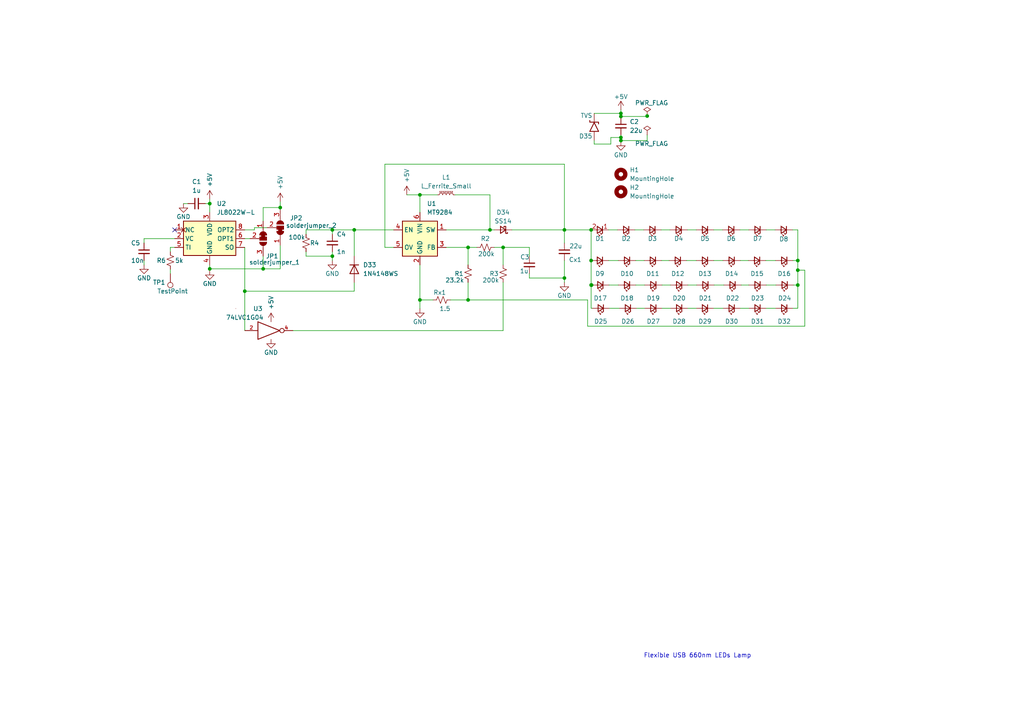
<source format=kicad_sch>
(kicad_sch (version 20211123) (generator eeschema)

  (uuid 11f2a465-38a3-4bb7-b060-d70409dff4e7)

  (paper "A4")

  (lib_symbols
    (symbol "Connector:TestPoint" (pin_numbers hide) (pin_names (offset 0.762) hide) (in_bom yes) (on_board yes)
      (property "Reference" "TP" (id 0) (at 0 6.858 0)
        (effects (font (size 1.27 1.27)))
      )
      (property "Value" "TestPoint" (id 1) (at 0 5.08 0)
        (effects (font (size 1.27 1.27)))
      )
      (property "Footprint" "" (id 2) (at 5.08 0 0)
        (effects (font (size 1.27 1.27)) hide)
      )
      (property "Datasheet" "~" (id 3) (at 5.08 0 0)
        (effects (font (size 1.27 1.27)) hide)
      )
      (property "ki_keywords" "test point tp" (id 4) (at 0 0 0)
        (effects (font (size 1.27 1.27)) hide)
      )
      (property "ki_description" "test point" (id 5) (at 0 0 0)
        (effects (font (size 1.27 1.27)) hide)
      )
      (property "ki_fp_filters" "Pin* Test*" (id 6) (at 0 0 0)
        (effects (font (size 1.27 1.27)) hide)
      )
      (symbol "TestPoint_0_1"
        (circle (center 0 3.302) (radius 0.762)
          (stroke (width 0) (type default) (color 0 0 0 0))
          (fill (type none))
        )
      )
      (symbol "TestPoint_1_1"
        (pin passive line (at 0 0 90) (length 2.54)
          (name "1" (effects (font (size 1.27 1.27))))
          (number "1" (effects (font (size 1.27 1.27))))
        )
      )
    )
    (symbol "Device:C_Small" (pin_numbers hide) (pin_names (offset 0.254) hide) (in_bom yes) (on_board yes)
      (property "Reference" "C" (id 0) (at 0.254 1.778 0)
        (effects (font (size 1.27 1.27)) (justify left))
      )
      (property "Value" "C_Small" (id 1) (at 0.254 -2.032 0)
        (effects (font (size 1.27 1.27)) (justify left))
      )
      (property "Footprint" "" (id 2) (at 0 0 0)
        (effects (font (size 1.27 1.27)) hide)
      )
      (property "Datasheet" "~" (id 3) (at 0 0 0)
        (effects (font (size 1.27 1.27)) hide)
      )
      (property "ki_keywords" "capacitor cap" (id 4) (at 0 0 0)
        (effects (font (size 1.27 1.27)) hide)
      )
      (property "ki_description" "Unpolarized capacitor, small symbol" (id 5) (at 0 0 0)
        (effects (font (size 1.27 1.27)) hide)
      )
      (property "ki_fp_filters" "C_*" (id 6) (at 0 0 0)
        (effects (font (size 1.27 1.27)) hide)
      )
      (symbol "C_Small_0_1"
        (polyline
          (pts
            (xy -1.524 -0.508)
            (xy 1.524 -0.508)
          )
          (stroke (width 0.3302) (type default) (color 0 0 0 0))
          (fill (type none))
        )
        (polyline
          (pts
            (xy -1.524 0.508)
            (xy 1.524 0.508)
          )
          (stroke (width 0.3048) (type default) (color 0 0 0 0))
          (fill (type none))
        )
      )
      (symbol "C_Small_1_1"
        (pin passive line (at 0 2.54 270) (length 2.032)
          (name "~" (effects (font (size 1.27 1.27))))
          (number "1" (effects (font (size 1.27 1.27))))
        )
        (pin passive line (at 0 -2.54 90) (length 2.032)
          (name "~" (effects (font (size 1.27 1.27))))
          (number "2" (effects (font (size 1.27 1.27))))
        )
      )
    )
    (symbol "Device:D_Schottky_Small" (pin_numbers hide) (pin_names (offset 0.254) hide) (in_bom yes) (on_board yes)
      (property "Reference" "D" (id 0) (at -1.27 2.032 0)
        (effects (font (size 1.27 1.27)) (justify left))
      )
      (property "Value" "D_Schottky_Small" (id 1) (at -7.112 -2.032 0)
        (effects (font (size 1.27 1.27)) (justify left))
      )
      (property "Footprint" "" (id 2) (at 0 0 90)
        (effects (font (size 1.27 1.27)) hide)
      )
      (property "Datasheet" "~" (id 3) (at 0 0 90)
        (effects (font (size 1.27 1.27)) hide)
      )
      (property "ki_keywords" "diode Schottky" (id 4) (at 0 0 0)
        (effects (font (size 1.27 1.27)) hide)
      )
      (property "ki_description" "Schottky diode, small symbol" (id 5) (at 0 0 0)
        (effects (font (size 1.27 1.27)) hide)
      )
      (property "ki_fp_filters" "TO-???* *_Diode_* *SingleDiode* D_*" (id 6) (at 0 0 0)
        (effects (font (size 1.27 1.27)) hide)
      )
      (symbol "D_Schottky_Small_0_1"
        (polyline
          (pts
            (xy -0.762 0)
            (xy 0.762 0)
          )
          (stroke (width 0) (type default) (color 0 0 0 0))
          (fill (type none))
        )
        (polyline
          (pts
            (xy 0.762 -1.016)
            (xy -0.762 0)
            (xy 0.762 1.016)
            (xy 0.762 -1.016)
          )
          (stroke (width 0.254) (type default) (color 0 0 0 0))
          (fill (type none))
        )
        (polyline
          (pts
            (xy -1.27 0.762)
            (xy -1.27 1.016)
            (xy -0.762 1.016)
            (xy -0.762 -1.016)
            (xy -0.254 -1.016)
            (xy -0.254 -0.762)
          )
          (stroke (width 0.254) (type default) (color 0 0 0 0))
          (fill (type none))
        )
      )
      (symbol "D_Schottky_Small_1_1"
        (pin passive line (at -2.54 0 0) (length 1.778)
          (name "K" (effects (font (size 1.27 1.27))))
          (number "1" (effects (font (size 1.27 1.27))))
        )
        (pin passive line (at 2.54 0 180) (length 1.778)
          (name "A" (effects (font (size 1.27 1.27))))
          (number "2" (effects (font (size 1.27 1.27))))
        )
      )
    )
    (symbol "Device:D_TVS_unidirection" (pin_numbers hide) (pin_names (offset 1.016) hide) (in_bom yes) (on_board yes)
      (property "Reference" "D" (id 0) (at 0.127 2.54 0)
        (effects (font (size 1.27 1.27)))
      )
      (property "Value" "D_TVS_unidirection" (id 1) (at -0.127 -2.54 0)
        (effects (font (size 1.27 1.27)))
      )
      (property "Footprint" "" (id 2) (at 0 0 0)
        (effects (font (size 1.27 1.27)) hide)
      )
      (property "Datasheet" "~" (id 3) (at -0.127 0 0)
        (effects (font (size 1.27 1.27)) hide)
      )
      (property "ki_keywords" "diode TVS thyrector" (id 4) (at 0 0 0)
        (effects (font (size 1.27 1.27)) hide)
      )
      (property "ki_description" "Bidirectional transient-voltage-suppression diode" (id 5) (at 0 0 0)
        (effects (font (size 1.27 1.27)) hide)
      )
      (property "ki_fp_filters" "TO-???* *_Diode_* *SingleDiode* D_*" (id 6) (at 0 0 0)
        (effects (font (size 1.27 1.27)) hide)
      )
      (symbol "D_TVS_unidirection_0_1"
        (polyline
          (pts
            (xy -2.667 -1.27)
            (xy -0.127 0)
          )
          (stroke (width 0.254) (type default) (color 0 0 0 0))
          (fill (type none))
        )
        (polyline
          (pts
            (xy -2.667 1.27)
            (xy -2.667 -1.27)
          )
          (stroke (width 0.254) (type default) (color 0 0 0 0))
          (fill (type none))
        )
        (polyline
          (pts
            (xy -0.127 0)
            (xy -2.667 1.27)
          )
          (stroke (width 0.254) (type default) (color 0 0 0 0))
          (fill (type none))
        )
        (polyline
          (pts
            (xy 0.508 1.27)
            (xy 0 1.27)
            (xy 0 -1.27)
            (xy -0.508 -1.27)
          )
          (stroke (width 0.254) (type default) (color 0 0 0 0))
          (fill (type none))
        )
      )
      (symbol "D_TVS_unidirection_1_1"
        (pin passive line (at -5.334 0 0) (length 2.54)
          (name "A1" (effects (font (size 1.27 1.27))))
          (number "1" (effects (font (size 1.27 1.27))))
        )
        (pin passive line (at 2.54 0 180) (length 2.54)
          (name "A2" (effects (font (size 1.27 1.27))))
          (number "2" (effects (font (size 1.27 1.27))))
        )
      )
    )
    (symbol "Device:LED_Small" (pin_numbers hide) (pin_names (offset 0.254) hide) (in_bom yes) (on_board yes)
      (property "Reference" "D" (id 0) (at -1.27 3.175 0)
        (effects (font (size 1.27 1.27)) (justify left))
      )
      (property "Value" "LED_Small" (id 1) (at -4.445 -2.54 0)
        (effects (font (size 1.27 1.27)) (justify left))
      )
      (property "Footprint" "" (id 2) (at 0 0 90)
        (effects (font (size 1.27 1.27)) hide)
      )
      (property "Datasheet" "~" (id 3) (at 0 0 90)
        (effects (font (size 1.27 1.27)) hide)
      )
      (property "ki_keywords" "LED diode light-emitting-diode" (id 4) (at 0 0 0)
        (effects (font (size 1.27 1.27)) hide)
      )
      (property "ki_description" "Light emitting diode, small symbol" (id 5) (at 0 0 0)
        (effects (font (size 1.27 1.27)) hide)
      )
      (property "ki_fp_filters" "LED* LED_SMD:* LED_THT:*" (id 6) (at 0 0 0)
        (effects (font (size 1.27 1.27)) hide)
      )
      (symbol "LED_Small_0_1"
        (polyline
          (pts
            (xy -0.762 -1.016)
            (xy -0.762 1.016)
          )
          (stroke (width 0.254) (type default) (color 0 0 0 0))
          (fill (type none))
        )
        (polyline
          (pts
            (xy 1.016 0)
            (xy -0.762 0)
          )
          (stroke (width 0) (type default) (color 0 0 0 0))
          (fill (type none))
        )
        (polyline
          (pts
            (xy 0.762 -1.016)
            (xy -0.762 0)
            (xy 0.762 1.016)
            (xy 0.762 -1.016)
          )
          (stroke (width 0.254) (type default) (color 0 0 0 0))
          (fill (type none))
        )
        (polyline
          (pts
            (xy 0 0.762)
            (xy -0.508 1.27)
            (xy -0.254 1.27)
            (xy -0.508 1.27)
            (xy -0.508 1.016)
          )
          (stroke (width 0) (type default) (color 0 0 0 0))
          (fill (type none))
        )
        (polyline
          (pts
            (xy 0.508 1.27)
            (xy 0 1.778)
            (xy 0.254 1.778)
            (xy 0 1.778)
            (xy 0 1.524)
          )
          (stroke (width 0) (type default) (color 0 0 0 0))
          (fill (type none))
        )
      )
      (symbol "LED_Small_1_1"
        (pin passive line (at -2.54 0 0) (length 1.778)
          (name "K" (effects (font (size 1.27 1.27))))
          (number "1" (effects (font (size 1.27 1.27))))
        )
        (pin passive line (at 2.54 0 180) (length 1.778)
          (name "A" (effects (font (size 1.27 1.27))))
          (number "2" (effects (font (size 1.27 1.27))))
        )
      )
    )
    (symbol "Device:L_Ferrite_Small" (pin_numbers hide) (pin_names (offset 0.254) hide) (in_bom yes) (on_board yes)
      (property "Reference" "L" (id 0) (at 1.27 1.016 0)
        (effects (font (size 1.27 1.27)) (justify left))
      )
      (property "Value" "L_Ferrite_Small" (id 1) (at 1.27 -1.27 0)
        (effects (font (size 1.27 1.27)) (justify left))
      )
      (property "Footprint" "" (id 2) (at 0 0 0)
        (effects (font (size 1.27 1.27)) hide)
      )
      (property "Datasheet" "~" (id 3) (at 0 0 0)
        (effects (font (size 1.27 1.27)) hide)
      )
      (property "ki_keywords" "inductor choke coil reactor magnetic" (id 4) (at 0 0 0)
        (effects (font (size 1.27 1.27)) hide)
      )
      (property "ki_description" "Inductor with ferrite core, small symbol" (id 5) (at 0 0 0)
        (effects (font (size 1.27 1.27)) hide)
      )
      (property "ki_fp_filters" "Choke_* *Coil* Inductor_* L_*" (id 6) (at 0 0 0)
        (effects (font (size 1.27 1.27)) hide)
      )
      (symbol "L_Ferrite_Small_0_1"
        (arc (start 0 -2.032) (mid 0.508 -1.524) (end 0 -1.016)
          (stroke (width 0) (type default) (color 0 0 0 0))
          (fill (type none))
        )
        (arc (start 0 -1.016) (mid 0.508 -0.508) (end 0 0)
          (stroke (width 0) (type default) (color 0 0 0 0))
          (fill (type none))
        )
        (polyline
          (pts
            (xy 0.762 -1.905)
            (xy 0.762 -1.651)
          )
          (stroke (width 0) (type default) (color 0 0 0 0))
          (fill (type none))
        )
        (polyline
          (pts
            (xy 0.762 -1.397)
            (xy 0.762 -1.143)
          )
          (stroke (width 0) (type default) (color 0 0 0 0))
          (fill (type none))
        )
        (polyline
          (pts
            (xy 0.762 -0.889)
            (xy 0.762 -0.635)
          )
          (stroke (width 0) (type default) (color 0 0 0 0))
          (fill (type none))
        )
        (polyline
          (pts
            (xy 0.762 -0.381)
            (xy 0.762 -0.127)
          )
          (stroke (width 0) (type default) (color 0 0 0 0))
          (fill (type none))
        )
        (polyline
          (pts
            (xy 0.762 0.127)
            (xy 0.762 0.381)
          )
          (stroke (width 0) (type default) (color 0 0 0 0))
          (fill (type none))
        )
        (polyline
          (pts
            (xy 0.762 0.635)
            (xy 0.762 0.889)
          )
          (stroke (width 0) (type default) (color 0 0 0 0))
          (fill (type none))
        )
        (polyline
          (pts
            (xy 0.762 1.143)
            (xy 0.762 1.397)
          )
          (stroke (width 0) (type default) (color 0 0 0 0))
          (fill (type none))
        )
        (polyline
          (pts
            (xy 0.762 1.651)
            (xy 0.762 1.905)
          )
          (stroke (width 0) (type default) (color 0 0 0 0))
          (fill (type none))
        )
        (polyline
          (pts
            (xy 1.016 -1.651)
            (xy 1.016 -1.905)
          )
          (stroke (width 0) (type default) (color 0 0 0 0))
          (fill (type none))
        )
        (polyline
          (pts
            (xy 1.016 -1.143)
            (xy 1.016 -1.397)
          )
          (stroke (width 0) (type default) (color 0 0 0 0))
          (fill (type none))
        )
        (polyline
          (pts
            (xy 1.016 -0.635)
            (xy 1.016 -0.889)
          )
          (stroke (width 0) (type default) (color 0 0 0 0))
          (fill (type none))
        )
        (polyline
          (pts
            (xy 1.016 -0.127)
            (xy 1.016 -0.381)
          )
          (stroke (width 0) (type default) (color 0 0 0 0))
          (fill (type none))
        )
        (polyline
          (pts
            (xy 1.016 0.381)
            (xy 1.016 0.127)
          )
          (stroke (width 0) (type default) (color 0 0 0 0))
          (fill (type none))
        )
        (polyline
          (pts
            (xy 1.016 0.889)
            (xy 1.016 0.635)
          )
          (stroke (width 0) (type default) (color 0 0 0 0))
          (fill (type none))
        )
        (polyline
          (pts
            (xy 1.016 1.397)
            (xy 1.016 1.143)
          )
          (stroke (width 0) (type default) (color 0 0 0 0))
          (fill (type none))
        )
        (polyline
          (pts
            (xy 1.016 1.905)
            (xy 1.016 1.651)
          )
          (stroke (width 0) (type default) (color 0 0 0 0))
          (fill (type none))
        )
        (arc (start 0 0) (mid 0.508 0.508) (end 0 1.016)
          (stroke (width 0) (type default) (color 0 0 0 0))
          (fill (type none))
        )
        (arc (start 0 1.016) (mid 0.508 1.524) (end 0 2.032)
          (stroke (width 0) (type default) (color 0 0 0 0))
          (fill (type none))
        )
      )
      (symbol "L_Ferrite_Small_1_1"
        (pin passive line (at 0 2.54 270) (length 0.508)
          (name "~" (effects (font (size 1.27 1.27))))
          (number "1" (effects (font (size 1.27 1.27))))
        )
        (pin passive line (at 0 -2.54 90) (length 0.508)
          (name "~" (effects (font (size 1.27 1.27))))
          (number "2" (effects (font (size 1.27 1.27))))
        )
      )
    )
    (symbol "Device:R_Small_US" (pin_numbers hide) (pin_names (offset 0.254) hide) (in_bom yes) (on_board yes)
      (property "Reference" "R" (id 0) (at 0.762 0.508 0)
        (effects (font (size 1.27 1.27)) (justify left))
      )
      (property "Value" "R_Small_US" (id 1) (at 0.762 -1.016 0)
        (effects (font (size 1.27 1.27)) (justify left))
      )
      (property "Footprint" "" (id 2) (at 0 0 0)
        (effects (font (size 1.27 1.27)) hide)
      )
      (property "Datasheet" "~" (id 3) (at 0 0 0)
        (effects (font (size 1.27 1.27)) hide)
      )
      (property "ki_keywords" "r resistor" (id 4) (at 0 0 0)
        (effects (font (size 1.27 1.27)) hide)
      )
      (property "ki_description" "Resistor, small US symbol" (id 5) (at 0 0 0)
        (effects (font (size 1.27 1.27)) hide)
      )
      (property "ki_fp_filters" "R_*" (id 6) (at 0 0 0)
        (effects (font (size 1.27 1.27)) hide)
      )
      (symbol "R_Small_US_1_1"
        (polyline
          (pts
            (xy 0 0)
            (xy 1.016 -0.381)
            (xy 0 -0.762)
            (xy -1.016 -1.143)
            (xy 0 -1.524)
          )
          (stroke (width 0) (type default) (color 0 0 0 0))
          (fill (type none))
        )
        (polyline
          (pts
            (xy 0 1.524)
            (xy 1.016 1.143)
            (xy 0 0.762)
            (xy -1.016 0.381)
            (xy 0 0)
          )
          (stroke (width 0) (type default) (color 0 0 0 0))
          (fill (type none))
        )
        (pin passive line (at 0 2.54 270) (length 1.016)
          (name "~" (effects (font (size 1.27 1.27))))
          (number "1" (effects (font (size 1.27 1.27))))
        )
        (pin passive line (at 0 -2.54 90) (length 1.016)
          (name "~" (effects (font (size 1.27 1.27))))
          (number "2" (effects (font (size 1.27 1.27))))
        )
      )
    )
    (symbol "Diode:1N4148WS" (pin_numbers hide) (pin_names (offset 1.016) hide) (in_bom yes) (on_board yes)
      (property "Reference" "D" (id 0) (at 0 2.54 0)
        (effects (font (size 1.27 1.27)))
      )
      (property "Value" "1N4148WS" (id 1) (at 0 -2.54 0)
        (effects (font (size 1.27 1.27)))
      )
      (property "Footprint" "Diode_SMD:D_SOD-323" (id 2) (at 0 -4.445 0)
        (effects (font (size 1.27 1.27)) hide)
      )
      (property "Datasheet" "https://www.vishay.com/docs/85751/1n4148ws.pdf" (id 3) (at 0 0 0)
        (effects (font (size 1.27 1.27)) hide)
      )
      (property "ki_keywords" "diode" (id 4) (at 0 0 0)
        (effects (font (size 1.27 1.27)) hide)
      )
      (property "ki_description" "75V 0.15A Fast switching Diode, SOD-323" (id 5) (at 0 0 0)
        (effects (font (size 1.27 1.27)) hide)
      )
      (property "ki_fp_filters" "D*SOD?323*" (id 6) (at 0 0 0)
        (effects (font (size 1.27 1.27)) hide)
      )
      (symbol "1N4148WS_0_1"
        (polyline
          (pts
            (xy -1.27 1.27)
            (xy -1.27 -1.27)
          )
          (stroke (width 0.254) (type default) (color 0 0 0 0))
          (fill (type none))
        )
        (polyline
          (pts
            (xy 1.27 0)
            (xy -1.27 0)
          )
          (stroke (width 0) (type default) (color 0 0 0 0))
          (fill (type none))
        )
        (polyline
          (pts
            (xy 1.27 1.27)
            (xy 1.27 -1.27)
            (xy -1.27 0)
            (xy 1.27 1.27)
          )
          (stroke (width 0.254) (type default) (color 0 0 0 0))
          (fill (type none))
        )
      )
      (symbol "1N4148WS_1_1"
        (pin passive line (at -3.81 0 0) (length 2.54)
          (name "K" (effects (font (size 1.27 1.27))))
          (number "1" (effects (font (size 1.27 1.27))))
        )
        (pin passive line (at 3.81 0 180) (length 2.54)
          (name "A" (effects (font (size 1.27 1.27))))
          (number "2" (effects (font (size 1.27 1.27))))
        )
      )
    )
    (symbol "Jumper:SolderJumper_3_Bridged12" (pin_names (offset 0) hide) (in_bom yes) (on_board yes)
      (property "Reference" "JP" (id 0) (at -2.54 -2.54 0)
        (effects (font (size 1.27 1.27)))
      )
      (property "Value" "SolderJumper_3_Bridged12" (id 1) (at 0 2.794 0)
        (effects (font (size 1.27 1.27)))
      )
      (property "Footprint" "" (id 2) (at 0 0 0)
        (effects (font (size 1.27 1.27)) hide)
      )
      (property "Datasheet" "~" (id 3) (at 0 0 0)
        (effects (font (size 1.27 1.27)) hide)
      )
      (property "ki_keywords" "Solder Jumper SPDT" (id 4) (at 0 0 0)
        (effects (font (size 1.27 1.27)) hide)
      )
      (property "ki_description" "3-pole Solder Jumper, pins 1+2 closed/bridged" (id 5) (at 0 0 0)
        (effects (font (size 1.27 1.27)) hide)
      )
      (property "ki_fp_filters" "SolderJumper*Bridged12*" (id 6) (at 0 0 0)
        (effects (font (size 1.27 1.27)) hide)
      )
      (symbol "SolderJumper_3_Bridged12_0_1"
        (rectangle (start -1.016 0.508) (end -0.508 -0.508)
          (stroke (width 0) (type default) (color 0 0 0 0))
          (fill (type outline))
        )
        (arc (start -1.016 1.016) (mid -2.032 0) (end -1.016 -1.016)
          (stroke (width 0) (type default) (color 0 0 0 0))
          (fill (type none))
        )
        (arc (start -1.016 1.016) (mid -2.032 0) (end -1.016 -1.016)
          (stroke (width 0) (type default) (color 0 0 0 0))
          (fill (type outline))
        )
        (rectangle (start -0.508 1.016) (end 0.508 -1.016)
          (stroke (width 0) (type default) (color 0 0 0 0))
          (fill (type outline))
        )
        (polyline
          (pts
            (xy -2.54 0)
            (xy -2.032 0)
          )
          (stroke (width 0) (type default) (color 0 0 0 0))
          (fill (type none))
        )
        (polyline
          (pts
            (xy -1.016 1.016)
            (xy -1.016 -1.016)
          )
          (stroke (width 0) (type default) (color 0 0 0 0))
          (fill (type none))
        )
        (polyline
          (pts
            (xy 0 -1.27)
            (xy 0 -1.016)
          )
          (stroke (width 0) (type default) (color 0 0 0 0))
          (fill (type none))
        )
        (polyline
          (pts
            (xy 1.016 1.016)
            (xy 1.016 -1.016)
          )
          (stroke (width 0) (type default) (color 0 0 0 0))
          (fill (type none))
        )
        (polyline
          (pts
            (xy 2.54 0)
            (xy 2.032 0)
          )
          (stroke (width 0) (type default) (color 0 0 0 0))
          (fill (type none))
        )
        (arc (start 1.016 -1.016) (mid 2.032 0) (end 1.016 1.016)
          (stroke (width 0) (type default) (color 0 0 0 0))
          (fill (type none))
        )
        (arc (start 1.016 -1.016) (mid 2.032 0) (end 1.016 1.016)
          (stroke (width 0) (type default) (color 0 0 0 0))
          (fill (type outline))
        )
      )
      (symbol "SolderJumper_3_Bridged12_1_1"
        (pin passive line (at -5.08 0 0) (length 2.54)
          (name "A" (effects (font (size 1.27 1.27))))
          (number "1" (effects (font (size 1.27 1.27))))
        )
        (pin passive line (at 0 -3.81 90) (length 2.54)
          (name "C" (effects (font (size 1.27 1.27))))
          (number "2" (effects (font (size 1.27 1.27))))
        )
        (pin passive line (at 5.08 0 180) (length 2.54)
          (name "B" (effects (font (size 1.27 1.27))))
          (number "3" (effects (font (size 1.27 1.27))))
        )
      )
    )
    (symbol "LED_Small_1" (pin_names (offset 0.254) hide) (in_bom yes) (on_board yes)
      (property "Reference" "D" (id 0) (at -1.27 3.175 0)
        (effects (font (size 1.27 1.27)) (justify left))
      )
      (property "Value" "LED_Small_1" (id 1) (at -4.445 -2.54 0)
        (effects (font (size 1.27 1.27)) (justify left))
      )
      (property "Footprint" "" (id 2) (at 0 0 90)
        (effects (font (size 1.27 1.27)) hide)
      )
      (property "Datasheet" "~" (id 3) (at 0 0 90)
        (effects (font (size 1.27 1.27)) hide)
      )
      (property "ki_keywords" "LED diode light-emitting-diode" (id 4) (at 0 0 0)
        (effects (font (size 1.27 1.27)) hide)
      )
      (property "ki_description" "Light emitting diode, small symbol" (id 5) (at 0 0 0)
        (effects (font (size 1.27 1.27)) hide)
      )
      (property "ki_fp_filters" "LED* LED_SMD:* LED_THT:*" (id 6) (at 0 0 0)
        (effects (font (size 1.27 1.27)) hide)
      )
      (symbol "LED_Small_1_0_1"
        (polyline
          (pts
            (xy -0.762 -1.016)
            (xy -0.762 1.016)
          )
          (stroke (width 0.254) (type default) (color 0 0 0 0))
          (fill (type none))
        )
        (polyline
          (pts
            (xy 1.016 0)
            (xy -0.762 0)
          )
          (stroke (width 0) (type default) (color 0 0 0 0))
          (fill (type none))
        )
        (polyline
          (pts
            (xy 0.762 -1.016)
            (xy -0.762 0)
            (xy 0.762 1.016)
            (xy 0.762 -1.016)
          )
          (stroke (width 0.254) (type default) (color 0 0 0 0))
          (fill (type none))
        )
        (polyline
          (pts
            (xy 0 0.762)
            (xy -0.508 1.27)
            (xy -0.254 1.27)
            (xy -0.508 1.27)
            (xy -0.508 1.016)
          )
          (stroke (width 0) (type default) (color 0 0 0 0))
          (fill (type none))
        )
        (polyline
          (pts
            (xy 0.508 1.27)
            (xy 0 1.778)
            (xy 0.254 1.778)
            (xy 0 1.778)
            (xy 0 1.524)
          )
          (stroke (width 0) (type default) (color 0 0 0 0))
          (fill (type none))
        )
      )
      (symbol "LED_Small_1_1_1"
        (pin passive line (at -2.54 0 0) (length 1.778)
          (name "K" (effects (font (size 1.27 1.27))))
          (number "1" (effects (font (size 1.27 1.27))))
        )
        (pin passive line (at 2.54 0 180) (length 1.778)
          (name "A" (effects (font (size 1.27 1.27))))
          (number "2" (effects (font (size 1.27 1.27))))
        )
      )
    )
    (symbol "MT9284_1" (in_bom yes) (on_board yes)
      (property "Reference" "U" (id 0) (at 2.1844 9.144 0)
        (effects (font (size 1.27 1.27)))
      )
      (property "Value" "MT9284_1" (id 1) (at 4.8768 6.9088 0)
        (effects (font (size 1.27 1.27)))
      )
      (property "Footprint" "Package_TO_SOT_SMD:SOT-23-6" (id 2) (at 0 0 0)
        (effects (font (size 1.27 1.27)) hide)
      )
      (property "Datasheet" "https://datasheet.lcsc.com/szlcsc/1806041028_XI-AN-Aerosemi-Tech-MT9284-28J_C181780.pdf" (id 3) (at 0.0508 11.0744 0)
        (effects (font (size 1.27 1.27)) hide)
      )
      (property "ki_keywords" "LED driver single" (id 4) (at 0 0 0)
        (effects (font (size 1.27 1.27)) hide)
      )
      (property "ki_description" "1.2MHz, High Efficiency Boost White LED Driver" (id 5) (at 0 0 0)
        (effects (font (size 1.27 1.27)) hide)
      )
      (symbol "MT9284_1_0_1"
        (rectangle (start 5.08 -5.08) (end -5.08 5.08)
          (stroke (width 0.254) (type default) (color 0 0 0 0))
          (fill (type background))
        )
      )
      (symbol "MT9284_1_1_1"
        (pin open_collector line (at 7.62 2.54 180) (length 2.54)
          (name "SW" (effects (font (size 1.27 1.27))))
          (number "1" (effects (font (size 1.27 1.27))))
        )
        (pin power_in line (at 0 -7.62 90) (length 2.54)
          (name "GND" (effects (font (size 1.27 1.27))))
          (number "2" (effects (font (size 1.27 1.27))))
        )
        (pin input line (at 7.62 -2.54 180) (length 2.54)
          (name "FB" (effects (font (size 1.27 1.27))))
          (number "3" (effects (font (size 1.27 1.27))))
        )
        (pin input line (at -7.62 2.54 0) (length 2.54)
          (name "EN" (effects (font (size 1.27 1.27))))
          (number "4" (effects (font (size 1.27 1.27))))
        )
        (pin input line (at -7.62 -2.54 0) (length 2.54)
          (name "OV" (effects (font (size 1.27 1.27))))
          (number "5" (effects (font (size 1.27 1.27))))
        )
        (pin power_in line (at 0 7.62 270) (length 2.54)
          (name "VIN" (effects (font (size 1.27 1.27))))
          (number "6" (effects (font (size 1.27 1.27))))
        )
      )
    )
    (symbol "Mechanical:MountingHole" (pin_names (offset 1.016)) (in_bom yes) (on_board yes)
      (property "Reference" "H" (id 0) (at 0 5.08 0)
        (effects (font (size 1.27 1.27)))
      )
      (property "Value" "MountingHole" (id 1) (at 0 3.175 0)
        (effects (font (size 1.27 1.27)))
      )
      (property "Footprint" "" (id 2) (at 0 0 0)
        (effects (font (size 1.27 1.27)) hide)
      )
      (property "Datasheet" "~" (id 3) (at 0 0 0)
        (effects (font (size 1.27 1.27)) hide)
      )
      (property "ki_keywords" "mounting hole" (id 4) (at 0 0 0)
        (effects (font (size 1.27 1.27)) hide)
      )
      (property "ki_description" "Mounting Hole without connection" (id 5) (at 0 0 0)
        (effects (font (size 1.27 1.27)) hide)
      )
      (property "ki_fp_filters" "MountingHole*" (id 6) (at 0 0 0)
        (effects (font (size 1.27 1.27)) hide)
      )
      (symbol "MountingHole_0_1"
        (circle (center 0 0) (radius 1.27)
          (stroke (width 1.27) (type default) (color 0 0 0 0))
          (fill (type none))
        )
      )
    )
    (symbol "USB_LED_Lib:74LVC1G04" (pin_names (offset 1.016)) (in_bom yes) (on_board yes)
      (property "Reference" "U" (id 0) (at -2.54 3.81 0)
        (effects (font (size 1.27 1.27)))
      )
      (property "Value" "74LVC1G04" (id 1) (at 0 -3.81 0)
        (effects (font (size 1.27 1.27)))
      )
      (property "Footprint" "" (id 2) (at 0 0 0)
        (effects (font (size 1.27 1.27)) hide)
      )
      (property "Datasheet" "http://www.ti.com/lit/sg/scyt129e/scyt129e.pdf" (id 3) (at 0 0 0)
        (effects (font (size 1.27 1.27)) hide)
      )
      (property "ki_keywords" "Single Gate NOT LVC CMOS" (id 4) (at 0 0 0)
        (effects (font (size 1.27 1.27)) hide)
      )
      (property "ki_description" "Single NOT Gate, Low-Voltage CMOS" (id 5) (at 0 0 0)
        (effects (font (size 1.27 1.27)) hide)
      )
      (property "ki_fp_filters" "SOT* SG-*" (id 6) (at 0 0 0)
        (effects (font (size 1.27 1.27)) hide)
      )
      (symbol "74LVC1G04_0_0"
        (pin no_connect line (at -6.35 2.286 0) (length 2.54) hide
          (name "~" (effects (font (size 1.27 1.27))))
          (number "1" (effects (font (size 1.27 1.27))))
        )
      )
      (symbol "74LVC1G04_0_1"
        (polyline
          (pts
            (xy -3.81 2.54)
            (xy -3.81 -2.54)
            (xy 2.54 0)
            (xy -3.81 2.54)
          )
          (stroke (width 0.254) (type default) (color 0 0 0 0))
          (fill (type none))
        )
      )
      (symbol "74LVC1G04_1_1"
        (pin input line (at -7.62 0 0) (length 3.81)
          (name "~" (effects (font (size 1.016 1.016))))
          (number "2" (effects (font (size 1.016 1.016))))
        )
        (pin power_in line (at 0 -2.54 270) (length 0) hide
          (name "GND" (effects (font (size 1.016 1.016))))
          (number "3" (effects (font (size 1.016 1.016))))
        )
        (pin output inverted (at 6.35 0 180) (length 3.81)
          (name "~" (effects (font (size 1.016 1.016))))
          (number "4" (effects (font (size 1.016 1.016))))
        )
        (pin power_in line (at 0 2.54 90) (length 0) hide
          (name "VCC" (effects (font (size 1.016 1.016))))
          (number "5" (effects (font (size 1.016 1.016))))
        )
      )
    )
    (symbol "USB_LED_Lib:JL8022W-L" (in_bom yes) (on_board yes)
      (property "Reference" "U" (id 0) (at 1.524 8.636 0)
        (effects (font (size 1.27 1.27)))
      )
      (property "Value" "JL8022W-L" (id 1) (at 6.604 6.604 0)
        (effects (font (size 1.27 1.27)))
      )
      (property "Footprint" "Package_SO:SOIC-8_3.9x4.9mm_P1.27mm" (id 2) (at 0.762 11.43 0)
        (effects (font (size 1.27 1.27)) hide)
      )
      (property "Datasheet" "https://item.taobao.com/item.htm?id=573390368273" (id 3) (at 0.254 13.208 0)
        (effects (font (size 1.27 1.27)) hide)
      )
      (symbol "JL8022W-L_0_1"
        (rectangle (start -7.62 5.08) (end 7.5692 -4.8768)
          (stroke (width 0.254) (type default) (color 0 0 0 0))
          (fill (type background))
        )
        (rectangle (start 7.5692 -20.2692) (end 7.5692 -20.2692)
          (stroke (width 0) (type default) (color 0 0 0 0))
          (fill (type none))
        )
      )
      (symbol "JL8022W-L_1_1"
        (pin passive non_logic (at -10.16 2.54 0) (length 2.54)
          (name "NC" (effects (font (size 1.27 1.27))))
          (number "1" (effects (font (size 1.27 1.27))))
        )
        (pin input line (at -10.16 0 0) (length 2.54)
          (name "VC" (effects (font (size 1.27 1.27))))
          (number "2" (effects (font (size 1.27 1.27))))
        )
        (pin power_in line (at 0 7.62 270) (length 2.54)
          (name "VDD" (effects (font (size 1.27 1.27))))
          (number "3" (effects (font (size 1.27 1.27))))
        )
        (pin power_in line (at 0 -7.62 90) (length 2.54)
          (name "GND" (effects (font (size 1.27 1.27))))
          (number "4" (effects (font (size 1.27 1.27))))
        )
        (pin input line (at -10.16 -2.54 0) (length 2.54)
          (name "TI" (effects (font (size 1.27 1.27))))
          (number "5" (effects (font (size 1.27 1.27))))
        )
        (pin input line (at 10.16 0 180) (length 2.54)
          (name "OPT1" (effects (font (size 1.27 1.27))))
          (number "6" (effects (font (size 1.27 1.27))))
        )
        (pin output line (at 10.16 -2.54 180) (length 2.54)
          (name "SO" (effects (font (size 1.27 1.27))))
          (number "7" (effects (font (size 1.27 1.27))))
        )
        (pin input line (at 10.16 2.54 180) (length 2.54)
          (name "OPT2" (effects (font (size 1.27 1.27))))
          (number "8" (effects (font (size 1.27 1.27))))
        )
      )
    )
    (symbol "power:+5V" (power) (pin_names (offset 0)) (in_bom yes) (on_board yes)
      (property "Reference" "#PWR" (id 0) (at 0 -3.81 0)
        (effects (font (size 1.27 1.27)) hide)
      )
      (property "Value" "+5V" (id 1) (at 0 3.556 0)
        (effects (font (size 1.27 1.27)))
      )
      (property "Footprint" "" (id 2) (at 0 0 0)
        (effects (font (size 1.27 1.27)) hide)
      )
      (property "Datasheet" "" (id 3) (at 0 0 0)
        (effects (font (size 1.27 1.27)) hide)
      )
      (property "ki_keywords" "power-flag" (id 4) (at 0 0 0)
        (effects (font (size 1.27 1.27)) hide)
      )
      (property "ki_description" "Power symbol creates a global label with name \"+5V\"" (id 5) (at 0 0 0)
        (effects (font (size 1.27 1.27)) hide)
      )
      (symbol "+5V_0_1"
        (polyline
          (pts
            (xy -0.762 1.27)
            (xy 0 2.54)
          )
          (stroke (width 0) (type default) (color 0 0 0 0))
          (fill (type none))
        )
        (polyline
          (pts
            (xy 0 0)
            (xy 0 2.54)
          )
          (stroke (width 0) (type default) (color 0 0 0 0))
          (fill (type none))
        )
        (polyline
          (pts
            (xy 0 2.54)
            (xy 0.762 1.27)
          )
          (stroke (width 0) (type default) (color 0 0 0 0))
          (fill (type none))
        )
      )
      (symbol "+5V_1_1"
        (pin power_in line (at 0 0 90) (length 0) hide
          (name "+5V" (effects (font (size 1.27 1.27))))
          (number "1" (effects (font (size 1.27 1.27))))
        )
      )
    )
    (symbol "power:GND" (power) (pin_names (offset 0)) (in_bom yes) (on_board yes)
      (property "Reference" "#PWR" (id 0) (at 0 -6.35 0)
        (effects (font (size 1.27 1.27)) hide)
      )
      (property "Value" "GND" (id 1) (at 0 -3.81 0)
        (effects (font (size 1.27 1.27)))
      )
      (property "Footprint" "" (id 2) (at 0 0 0)
        (effects (font (size 1.27 1.27)) hide)
      )
      (property "Datasheet" "" (id 3) (at 0 0 0)
        (effects (font (size 1.27 1.27)) hide)
      )
      (property "ki_keywords" "power-flag" (id 4) (at 0 0 0)
        (effects (font (size 1.27 1.27)) hide)
      )
      (property "ki_description" "Power symbol creates a global label with name \"GND\" , ground" (id 5) (at 0 0 0)
        (effects (font (size 1.27 1.27)) hide)
      )
      (symbol "GND_0_1"
        (polyline
          (pts
            (xy 0 0)
            (xy 0 -1.27)
            (xy 1.27 -1.27)
            (xy 0 -2.54)
            (xy -1.27 -1.27)
            (xy 0 -1.27)
          )
          (stroke (width 0) (type default) (color 0 0 0 0))
          (fill (type none))
        )
      )
      (symbol "GND_1_1"
        (pin power_in line (at 0 0 270) (length 0) hide
          (name "GND" (effects (font (size 1.27 1.27))))
          (number "1" (effects (font (size 1.27 1.27))))
        )
      )
    )
    (symbol "power:PWR_FLAG" (power) (pin_numbers hide) (pin_names (offset 0) hide) (in_bom yes) (on_board yes)
      (property "Reference" "#FLG" (id 0) (at 0 1.905 0)
        (effects (font (size 1.27 1.27)) hide)
      )
      (property "Value" "PWR_FLAG" (id 1) (at 0 3.81 0)
        (effects (font (size 1.27 1.27)))
      )
      (property "Footprint" "" (id 2) (at 0 0 0)
        (effects (font (size 1.27 1.27)) hide)
      )
      (property "Datasheet" "~" (id 3) (at 0 0 0)
        (effects (font (size 1.27 1.27)) hide)
      )
      (property "ki_keywords" "power-flag" (id 4) (at 0 0 0)
        (effects (font (size 1.27 1.27)) hide)
      )
      (property "ki_description" "Special symbol for telling ERC where power comes from" (id 5) (at 0 0 0)
        (effects (font (size 1.27 1.27)) hide)
      )
      (symbol "PWR_FLAG_0_0"
        (pin power_out line (at 0 0 90) (length 0)
          (name "pwr" (effects (font (size 1.27 1.27))))
          (number "1" (effects (font (size 1.27 1.27))))
        )
      )
      (symbol "PWR_FLAG_0_1"
        (polyline
          (pts
            (xy 0 0)
            (xy 0 1.27)
            (xy -1.016 1.905)
            (xy 0 2.54)
            (xy 1.016 1.905)
            (xy 0 1.27)
          )
          (stroke (width 0) (type default) (color 0 0 0 0))
          (fill (type none))
        )
      )
    )
  )


  (junction (at 180.086 39.878) (diameter 0) (color 0 0 0 0)
    (uuid 006628a4-6c96-4d35-a082-0a2e72d9b53b)
  )
  (junction (at 163.703 80.645) (diameter 0) (color 0 0 0 0)
    (uuid 01d5e6c5-9044-400c-861c-1d90c2039009)
  )
  (junction (at 135.763 71.755) (diameter 0) (color 0 0 0 0)
    (uuid 052ee389-8abc-442e-bc72-44279a85513a)
  )
  (junction (at 187.706 33.655) (diameter 0) (color 0 0 0 0)
    (uuid 08a6ed6f-8024-42f8-ac09-684e206b9b0b)
  )
  (junction (at 171.45 75.565) (diameter 0) (color 0 0 0 0)
    (uuid 32d89195-68af-45f9-b2c4-d5276171682b)
  )
  (junction (at 121.793 56.515) (diameter 0) (color 0 0 0 0)
    (uuid 330763dd-5ff8-40d5-ac56-4e9e6a6502cb)
  )
  (junction (at 60.833 59.055) (diameter 0) (color 0 0 0 0)
    (uuid 357eda71-256f-4fd3-ab7a-df879d50f864)
  )
  (junction (at 231.394 82.677) (diameter 0) (color 0 0 0 0)
    (uuid 375f09a6-31ca-4972-9b7a-696899a41f41)
  )
  (junction (at 171.45 82.677) (diameter 0) (color 0 0 0 0)
    (uuid 3ce5b8fc-280e-494b-b647-31b3979c04d0)
  )
  (junction (at 70.993 84.455) (diameter 0) (color 0 0 0 0)
    (uuid 40e66246-e845-4db4-8989-49d1ea21fe9f)
  )
  (junction (at 142.113 66.675) (diameter 0) (color 0 0 0 0)
    (uuid 44f2c353-547d-4e23-b65a-b88edafe9c64)
  )
  (junction (at 145.923 71.755) (diameter 0) (color 0 0 0 0)
    (uuid 4a412e7a-ffe1-490f-944a-b255a50f2207)
  )
  (junction (at 163.703 66.675) (diameter 0) (color 0 0 0 0)
    (uuid 4c18db71-d379-465e-b909-cfa0f53e3e0f)
  )
  (junction (at 171.45 66.675) (diameter 0) (color 0 0 0 0)
    (uuid 605cea83-07f1-4056-8cac-6861810dfbe7)
  )
  (junction (at 81.28 60.198) (diameter 0) (color 0 0 0 0)
    (uuid 6eb4f8ab-8051-4126-9de1-0eb6a8461b98)
  )
  (junction (at 96.393 74.295) (diameter 0) (color 0 0 0 0)
    (uuid 72a2c435-f87b-4c19-ad76-ce18ca23529d)
  )
  (junction (at 171.577 82.677) (diameter 0) (color 0 0 0 0)
    (uuid 79425a48-ab01-4e31-a615-6c6f2bd673c2)
  )
  (junction (at 96.393 66.675) (diameter 0) (color 0 0 0 0)
    (uuid 8099b398-de4f-49ab-bac6-25769a52e0f9)
  )
  (junction (at 231.394 75.565) (diameter 0) (color 0 0 0 0)
    (uuid 88e17ac0-58b6-44a9-800b-91bd9757c556)
  )
  (junction (at 231.394 78.359) (diameter 0) (color 0 0 0 0)
    (uuid a02d3549-1891-48fb-9d31-4eb33762326d)
  )
  (junction (at 135.763 86.995) (diameter 0) (color 0 0 0 0)
    (uuid ad334fad-8271-44a6-9ba5-5e906e8d0f15)
  )
  (junction (at 102.743 66.675) (diameter 0) (color 0 0 0 0)
    (uuid c17701f2-7f86-4d91-8f1c-4f5a4efada95)
  )
  (junction (at 180.086 40.767) (diameter 0) (color 0 0 0 0)
    (uuid d32a1d66-4c56-47b7-8db8-b2868224bb7b)
  )
  (junction (at 60.833 77.978) (diameter 0) (color 0 0 0 0)
    (uuid d486d183-67e9-4207-8b5d-d90e640d880d)
  )
  (junction (at 180.086 33.782) (diameter 0) (color 0 0 0 0)
    (uuid e22717e5-e3db-4fef-81bc-0c4a9efedf1c)
  )
  (junction (at 76.327 77.978) (diameter 0) (color 0 0 0 0)
    (uuid e45f3ed1-bfd8-4c89-b593-350de863e40b)
  )
  (junction (at 121.793 86.995) (diameter 0) (color 0 0 0 0)
    (uuid e8980d7c-68ca-42c1-9248-2148938df987)
  )
  (junction (at 180.086 32.893) (diameter 0) (color 0 0 0 0)
    (uuid f141433c-3fb5-4ab2-addf-fd7b4fed1159)
  )

  (no_connect (at 50.673 66.675) (uuid 84e14d1d-cc2e-4d99-ae90-8240af0ef565))

  (wire (pts (xy 163.703 80.645) (xy 163.703 75.565))
    (stroke (width 0) (type default) (color 0 0 0 0))
    (uuid 00785972-6f75-4ec5-b02f-eafe655a12b3)
  )
  (wire (pts (xy 153.543 71.755) (xy 153.543 74.295))
    (stroke (width 0) (type default) (color 0 0 0 0))
    (uuid 04aebcfb-1506-47d4-941b-7d6e9514d1d9)
  )
  (wire (pts (xy 187.706 39.116) (xy 187.706 40.767))
    (stroke (width 0) (type default) (color 0 0 0 0))
    (uuid 059a1acf-a8ca-41f5-9be8-55c2ef701139)
  )
  (wire (pts (xy 60.833 59.055) (xy 60.833 61.595))
    (stroke (width 0) (type default) (color 0 0 0 0))
    (uuid 05c6d904-530b-4811-ba7b-c05a40799bce)
  )
  (wire (pts (xy 207.137 82.677) (xy 209.931 82.677))
    (stroke (width 0) (type default) (color 0 0 0 0))
    (uuid 06338d85-7e67-4e22-9674-8e9c9279a1ea)
  )
  (wire (pts (xy 177.165 39.878) (xy 180.086 39.878))
    (stroke (width 0) (type default) (color 0 0 0 0))
    (uuid 06ae9c0c-c4a4-4943-bae6-6ab223e4c989)
  )
  (wire (pts (xy 88.773 73.025) (xy 88.773 74.295))
    (stroke (width 0) (type default) (color 0 0 0 0))
    (uuid 06c82863-11b0-458a-9fef-f4cdea7175a9)
  )
  (wire (pts (xy 180.086 39.878) (xy 180.086 40.767))
    (stroke (width 0) (type default) (color 0 0 0 0))
    (uuid 0b016a7f-8014-4c1d-bc21-8346cc404551)
  )
  (wire (pts (xy 111.633 71.755) (xy 114.173 71.755))
    (stroke (width 0) (type default) (color 0 0 0 0))
    (uuid 1297bb72-7501-4dc7-893d-e2af30fe48c1)
  )
  (wire (pts (xy 121.793 56.515) (xy 126.873 56.515))
    (stroke (width 0) (type default) (color 0 0 0 0))
    (uuid 13061d75-5c35-47e5-8c34-cd5e0dba9380)
  )
  (wire (pts (xy 163.703 47.625) (xy 163.703 66.675))
    (stroke (width 0) (type default) (color 0 0 0 0))
    (uuid 1467764f-30fe-4017-84fb-bc2fc9c63579)
  )
  (wire (pts (xy 81.28 58.547) (xy 81.28 60.198))
    (stroke (width 0) (type default) (color 0 0 0 0))
    (uuid 17f1ca6f-3f18-47c1-a507-469531aad13b)
  )
  (wire (pts (xy 96.393 74.295) (xy 96.393 75.565))
    (stroke (width 0) (type default) (color 0 0 0 0))
    (uuid 1a9e62a4-45a2-47fc-bb10-d151649e55b6)
  )
  (wire (pts (xy 102.743 66.675) (xy 96.393 66.675))
    (stroke (width 0) (type default) (color 0 0 0 0))
    (uuid 1c395082-dada-41e0-825e-e7d7861bb8cc)
  )
  (wire (pts (xy 229.87 66.675) (xy 231.394 66.675))
    (stroke (width 0) (type default) (color 0 0 0 0))
    (uuid 1e4fe5ef-5f32-4e0e-bd87-46348be01ed4)
  )
  (wire (pts (xy 50.673 71.755) (xy 49.403 71.755))
    (stroke (width 0) (type default) (color 0 0 0 0))
    (uuid 1fcef1a0-9c80-4172-9f98-1386674549b3)
  )
  (wire (pts (xy 180.086 33.782) (xy 180.086 34.036))
    (stroke (width 0) (type default) (color 0 0 0 0))
    (uuid 21be6b64-e547-405b-b0d0-2699ce82400d)
  )
  (wire (pts (xy 70.993 71.755) (xy 70.993 84.455))
    (stroke (width 0) (type default) (color 0 0 0 0))
    (uuid 22830cd2-99a9-4cd4-901b-b29465547bcb)
  )
  (wire (pts (xy 145.923 71.755) (xy 145.923 76.835))
    (stroke (width 0) (type default) (color 0 0 0 0))
    (uuid 228a48da-ff3a-489c-8f14-3bc7e422122b)
  )
  (wire (pts (xy 170.434 86.995) (xy 170.434 94.615))
    (stroke (width 0) (type default) (color 0 0 0 0))
    (uuid 23ff74fe-d0bf-45b6-b8f9-2049e39d5b2d)
  )
  (wire (pts (xy 184.658 89.408) (xy 186.944 89.408))
    (stroke (width 0) (type default) (color 0 0 0 0))
    (uuid 242b05ba-2b80-4686-a5d6-5f0a23d5294f)
  )
  (wire (pts (xy 53.213 59.055) (xy 54.483 59.055))
    (stroke (width 0) (type default) (color 0 0 0 0))
    (uuid 25fa6232-db33-409a-b71b-d2c3a9d73913)
  )
  (wire (pts (xy 207.01 66.675) (xy 209.55 66.675))
    (stroke (width 0) (type default) (color 0 0 0 0))
    (uuid 27651fd5-da5c-4026-a409-0264cce4f291)
  )
  (wire (pts (xy 176.784 89.408) (xy 179.578 89.408))
    (stroke (width 0) (type default) (color 0 0 0 0))
    (uuid 28733313-3333-40ba-ae0a-a9a86367f25a)
  )
  (wire (pts (xy 180.086 40.767) (xy 180.086 41.021))
    (stroke (width 0) (type default) (color 0 0 0 0))
    (uuid 2bf4a0e0-f4df-4dd0-835a-3d208dd2d88b)
  )
  (wire (pts (xy 231.394 66.675) (xy 231.394 75.565))
    (stroke (width 0) (type default) (color 0 0 0 0))
    (uuid 2c3f2f2b-5cfd-456d-bb34-399315efca7c)
  )
  (wire (pts (xy 171.45 82.677) (xy 171.577 82.677))
    (stroke (width 0) (type default) (color 0 0 0 0))
    (uuid 2ea4c7bd-df07-4ba8-aa01-24f52cad0943)
  )
  (wire (pts (xy 214.757 75.565) (xy 217.043 75.565))
    (stroke (width 0) (type default) (color 0 0 0 0))
    (uuid 322d7974-4b39-45bc-bc5e-5b16a880a71e)
  )
  (wire (pts (xy 176.53 66.675) (xy 179.07 66.675))
    (stroke (width 0) (type default) (color 0 0 0 0))
    (uuid 32e6092d-adff-4739-8fda-5c4dcbb87238)
  )
  (wire (pts (xy 222.25 66.675) (xy 224.79 66.675))
    (stroke (width 0) (type default) (color 0 0 0 0))
    (uuid 3634365d-793c-4d87-a4ae-d69fa685e50a)
  )
  (wire (pts (xy 102.743 66.675) (xy 114.173 66.675))
    (stroke (width 0) (type default) (color 0 0 0 0))
    (uuid 36c1fc62-c3c6-44e0-aa05-4aa7770580aa)
  )
  (wire (pts (xy 60.833 77.978) (xy 60.833 78.486))
    (stroke (width 0) (type default) (color 0 0 0 0))
    (uuid 38bf656d-99a0-4afc-8c1e-abeb9eb66a43)
  )
  (wire (pts (xy 76.327 60.198) (xy 81.28 60.198))
    (stroke (width 0) (type default) (color 0 0 0 0))
    (uuid 3902c280-6560-42d2-bd0f-f1c76194c7f1)
  )
  (wire (pts (xy 76.327 74.295) (xy 76.327 77.978))
    (stroke (width 0) (type default) (color 0 0 0 0))
    (uuid 394510da-a11a-4568-8a2d-5e22107f59a9)
  )
  (wire (pts (xy 231.394 89.408) (xy 229.997 89.408))
    (stroke (width 0) (type default) (color 0 0 0 0))
    (uuid 3bb4cfde-62af-4895-9c32-be585219fca2)
  )
  (wire (pts (xy 233.426 78.359) (xy 231.394 78.359))
    (stroke (width 0) (type default) (color 0 0 0 0))
    (uuid 3f93e60f-9d8e-4a3b-9603-634898ab6cfa)
  )
  (wire (pts (xy 184.15 66.675) (xy 186.69 66.675))
    (stroke (width 0) (type default) (color 0 0 0 0))
    (uuid 3f9b046a-4efc-49e4-9285-254f7e45708a)
  )
  (wire (pts (xy 76.327 77.978) (xy 60.833 77.978))
    (stroke (width 0) (type default) (color 0 0 0 0))
    (uuid 40ed6ab8-0574-4ae2-ae6a-9f7c1e3d2b76)
  )
  (wire (pts (xy 129.413 71.755) (xy 135.763 71.755))
    (stroke (width 0) (type default) (color 0 0 0 0))
    (uuid 461eed56-9660-4dbb-b4d2-d9eb75b8e06c)
  )
  (wire (pts (xy 231.394 75.565) (xy 231.394 78.359))
    (stroke (width 0) (type default) (color 0 0 0 0))
    (uuid 489e6a79-0d8e-47f6-b473-29c27e552c8e)
  )
  (wire (pts (xy 171.45 82.677) (xy 171.45 89.408))
    (stroke (width 0) (type default) (color 0 0 0 0))
    (uuid 4bd36bd0-2317-47f6-af57-b682241f5436)
  )
  (wire (pts (xy 233.426 94.615) (xy 233.426 78.359))
    (stroke (width 0) (type default) (color 0 0 0 0))
    (uuid 4c843d62-269a-4e83-ac09-66946a2a82c2)
  )
  (wire (pts (xy 135.763 71.755) (xy 135.763 76.835))
    (stroke (width 0) (type default) (color 0 0 0 0))
    (uuid 4cccbcaa-ef9e-469f-9549-6a6d87421d85)
  )
  (wire (pts (xy 163.703 66.675) (xy 171.45 66.675))
    (stroke (width 0) (type default) (color 0 0 0 0))
    (uuid 50a5dd59-26a6-4eb5-9be7-40b701448aed)
  )
  (wire (pts (xy 170.434 94.615) (xy 233.426 94.615))
    (stroke (width 0) (type default) (color 0 0 0 0))
    (uuid 514c01e8-9ec9-4b55-a96a-e422d85bd66f)
  )
  (wire (pts (xy 145.923 71.755) (xy 153.543 71.755))
    (stroke (width 0) (type default) (color 0 0 0 0))
    (uuid 546fb6b1-19db-4807-8201-6413a666e3c5)
  )
  (wire (pts (xy 142.113 66.675) (xy 143.383 66.675))
    (stroke (width 0) (type default) (color 0 0 0 0))
    (uuid 54b695e0-391b-4ae7-ab80-8d5182a29942)
  )
  (wire (pts (xy 171.45 75.565) (xy 171.45 82.677))
    (stroke (width 0) (type default) (color 0 0 0 0))
    (uuid 56e49132-465e-4718-80e2-799f4b8990bc)
  )
  (wire (pts (xy 135.763 71.755) (xy 138.303 71.755))
    (stroke (width 0) (type default) (color 0 0 0 0))
    (uuid 570fa497-4108-4889-8319-5f50a0655e82)
  )
  (wire (pts (xy 102.743 74.295) (xy 102.743 66.675))
    (stroke (width 0) (type default) (color 0 0 0 0))
    (uuid 5fe6130c-c8b9-4d13-b3f1-d8ec128c76b8)
  )
  (wire (pts (xy 41.783 69.215) (xy 50.673 69.215))
    (stroke (width 0) (type default) (color 0 0 0 0))
    (uuid 635794a4-746d-41d6-8258-10423baaecf5)
  )
  (wire (pts (xy 49.403 71.755) (xy 49.403 73.025))
    (stroke (width 0) (type default) (color 0 0 0 0))
    (uuid 6398c667-280c-4cb3-b12f-72615c02d0ba)
  )
  (wire (pts (xy 102.743 84.455) (xy 70.993 84.455))
    (stroke (width 0) (type default) (color 0 0 0 0))
    (uuid 63d1b857-3573-4391-acc4-1081aa2ecb8c)
  )
  (wire (pts (xy 41.783 76.835) (xy 41.783 75.565))
    (stroke (width 0) (type default) (color 0 0 0 0))
    (uuid 69cdbb4c-e28b-4b08-bb55-8817940995d8)
  )
  (wire (pts (xy 199.136 75.565) (xy 201.93 75.565))
    (stroke (width 0) (type default) (color 0 0 0 0))
    (uuid 6a7c6c9e-adb0-4c40-8f2a-94df3a1773c8)
  )
  (wire (pts (xy 222.25 89.408) (xy 224.917 89.408))
    (stroke (width 0) (type default) (color 0 0 0 0))
    (uuid 6a9f9e7d-0321-4644-92ed-e658f9370d32)
  )
  (wire (pts (xy 121.793 86.995) (xy 125.603 86.995))
    (stroke (width 0) (type default) (color 0 0 0 0))
    (uuid 6b1ac663-5fb5-4708-87db-2a55c30a8a37)
  )
  (wire (pts (xy 49.403 78.105) (xy 49.403 79.375))
    (stroke (width 0) (type default) (color 0 0 0 0))
    (uuid 6b381397-96c1-453c-a5d4-2fd4e740328a)
  )
  (wire (pts (xy 207.01 75.565) (xy 209.677 75.565))
    (stroke (width 0) (type default) (color 0 0 0 0))
    (uuid 6c9decfb-c154-4aa0-ad67-0b3070bbe840)
  )
  (wire (pts (xy 191.77 66.675) (xy 194.31 66.675))
    (stroke (width 0) (type default) (color 0 0 0 0))
    (uuid 7000aeda-e932-4a62-b043-9630ad542dda)
  )
  (wire (pts (xy 130.683 86.995) (xy 135.763 86.995))
    (stroke (width 0) (type default) (color 0 0 0 0))
    (uuid 7010e8d8-138b-4ab7-a34e-f7e188a0b5e6)
  )
  (wire (pts (xy 187.706 40.767) (xy 180.086 40.767))
    (stroke (width 0) (type default) (color 0 0 0 0))
    (uuid 71d5601e-8138-46bb-abc1-4ac5cdd3cb48)
  )
  (wire (pts (xy 171.45 66.675) (xy 171.45 75.565))
    (stroke (width 0) (type default) (color 0 0 0 0))
    (uuid 723cb721-7396-4d04-ae62-3eef91c94ff3)
  )
  (wire (pts (xy 143.383 71.755) (xy 145.923 71.755))
    (stroke (width 0) (type default) (color 0 0 0 0))
    (uuid 752fddd9-e282-4940-ac71-0f373c91837e)
  )
  (wire (pts (xy 111.633 47.625) (xy 163.703 47.625))
    (stroke (width 0) (type default) (color 0 0 0 0))
    (uuid 7569762d-a5fc-4798-9424-39880e7860da)
  )
  (wire (pts (xy 121.793 56.515) (xy 121.793 61.595))
    (stroke (width 0) (type default) (color 0 0 0 0))
    (uuid 761b5435-a03e-454b-ad88-03ee9f11f90f)
  )
  (wire (pts (xy 163.703 66.675) (xy 163.703 70.485))
    (stroke (width 0) (type default) (color 0 0 0 0))
    (uuid 78332b14-a842-4fec-b97f-f811d5b2a483)
  )
  (wire (pts (xy 153.543 80.645) (xy 163.703 80.645))
    (stroke (width 0) (type default) (color 0 0 0 0))
    (uuid 7b474b0f-7487-46b5-b781-f76a48f2203e)
  )
  (wire (pts (xy 214.757 89.408) (xy 217.17 89.408))
    (stroke (width 0) (type default) (color 0 0 0 0))
    (uuid 7c5be5da-3e50-4b35-9189-8a47f95e35db)
  )
  (wire (pts (xy 215.011 82.677) (xy 217.17 82.677))
    (stroke (width 0) (type default) (color 0 0 0 0))
    (uuid 7cb6c9a2-2aea-4c82-9be8-5bd7601e7029)
  )
  (wire (pts (xy 148.463 66.675) (xy 163.703 66.675))
    (stroke (width 0) (type default) (color 0 0 0 0))
    (uuid 7cc7c27b-8659-4cec-b447-424c79a47786)
  )
  (wire (pts (xy 76.327 64.135) (xy 76.327 60.198))
    (stroke (width 0) (type default) (color 0 0 0 0))
    (uuid 7d3b14ff-5b85-4910-a455-8b702f68a0fb)
  )
  (wire (pts (xy 163.703 81.915) (xy 163.703 80.645))
    (stroke (width 0) (type default) (color 0 0 0 0))
    (uuid 7dc435f5-8e43-4cc2-9601-c14588729a60)
  )
  (wire (pts (xy 171.45 89.408) (xy 171.704 89.408))
    (stroke (width 0) (type default) (color 0 0 0 0))
    (uuid 8504fa12-a700-4dff-adc4-7ce9323d5062)
  )
  (wire (pts (xy 81.28 77.978) (xy 76.327 77.978))
    (stroke (width 0) (type default) (color 0 0 0 0))
    (uuid 86b2632a-f4cf-4310-86dd-5ae1ad1203ef)
  )
  (wire (pts (xy 180.086 39.116) (xy 180.086 39.878))
    (stroke (width 0) (type default) (color 0 0 0 0))
    (uuid 8975e94f-75dc-4dd5-b2d8-f060bbc6c347)
  )
  (wire (pts (xy 207.01 89.408) (xy 209.677 89.408))
    (stroke (width 0) (type default) (color 0 0 0 0))
    (uuid 899e8b36-e07f-4fd2-a18e-950ce119d319)
  )
  (wire (pts (xy 88.773 66.675) (xy 88.773 67.945))
    (stroke (width 0) (type default) (color 0 0 0 0))
    (uuid 903b72d0-8ad2-4abb-a534-3ec21c6c52d4)
  )
  (wire (pts (xy 229.997 75.565) (xy 231.394 75.565))
    (stroke (width 0) (type default) (color 0 0 0 0))
    (uuid 9064533d-cece-447c-a407-f3b68dbad303)
  )
  (wire (pts (xy 84.963 95.885) (xy 145.923 95.885))
    (stroke (width 0) (type default) (color 0 0 0 0))
    (uuid 91652f79-2272-455a-9f76-31878f919f04)
  )
  (wire (pts (xy 59.563 59.055) (xy 60.833 59.055))
    (stroke (width 0) (type default) (color 0 0 0 0))
    (uuid 9686eb1e-df17-40cd-837a-e51e51400b72)
  )
  (wire (pts (xy 199.517 82.677) (xy 202.057 82.677))
    (stroke (width 0) (type default) (color 0 0 0 0))
    (uuid 992f378b-a78b-407e-b1f2-cc320a53b68a)
  )
  (wire (pts (xy 145.923 81.915) (xy 145.923 95.885))
    (stroke (width 0) (type default) (color 0 0 0 0))
    (uuid 993e8380-eb92-4b29-9074-5414220ca806)
  )
  (wire (pts (xy 199.517 89.408) (xy 201.93 89.408))
    (stroke (width 0) (type default) (color 0 0 0 0))
    (uuid 9c64e7a6-a936-4d11-bd95-cc9430c65900)
  )
  (wire (pts (xy 70.993 84.455) (xy 70.993 95.885))
    (stroke (width 0) (type default) (color 0 0 0 0))
    (uuid 9f43b9cb-db05-4b12-9953-13e8e2096a33)
  )
  (wire (pts (xy 187.706 33.782) (xy 180.086 33.782))
    (stroke (width 0) (type default) (color 0 0 0 0))
    (uuid 9fc9a15d-0b04-4c87-8b60-261ac767d377)
  )
  (wire (pts (xy 73.787 66.04) (xy 77.47 66.04))
    (stroke (width 0) (type default) (color 0 0 0 0))
    (uuid a070e475-9154-4c86-8212-88b40a167323)
  )
  (wire (pts (xy 131.953 56.515) (xy 142.113 56.515))
    (stroke (width 0) (type default) (color 0 0 0 0))
    (uuid a1be0bca-36dc-4a41-874b-53ed2dad5041)
  )
  (wire (pts (xy 153.543 79.375) (xy 153.543 80.645))
    (stroke (width 0) (type default) (color 0 0 0 0))
    (uuid a30baf4d-f938-4bf3-881e-00486cee7734)
  )
  (wire (pts (xy 191.897 75.565) (xy 194.056 75.565))
    (stroke (width 0) (type default) (color 0 0 0 0))
    (uuid afd67947-0b24-48df-850b-91720cc25870)
  )
  (wire (pts (xy 117.983 56.515) (xy 121.793 56.515))
    (stroke (width 0) (type default) (color 0 0 0 0))
    (uuid aff8e313-fb86-40e7-b2c9-fe021c9da291)
  )
  (wire (pts (xy 70.993 66.675) (xy 73.787 66.675))
    (stroke (width 0) (type default) (color 0 0 0 0))
    (uuid b17610a7-7947-44d2-956f-d5c17661c1d4)
  )
  (wire (pts (xy 102.743 81.915) (xy 102.743 84.455))
    (stroke (width 0) (type default) (color 0 0 0 0))
    (uuid b60252bc-527a-4e98-a2e1-b24655680cd5)
  )
  (wire (pts (xy 172.339 41.783) (xy 177.165 41.783))
    (stroke (width 0) (type default) (color 0 0 0 0))
    (uuid b8585ce6-c05b-4009-9590-ff1304f12348)
  )
  (wire (pts (xy 135.763 81.915) (xy 135.763 86.995))
    (stroke (width 0) (type default) (color 0 0 0 0))
    (uuid b9914e0c-b29a-4fcb-8407-a7aee03a6889)
  )
  (wire (pts (xy 60.833 76.835) (xy 60.833 77.978))
    (stroke (width 0) (type default) (color 0 0 0 0))
    (uuid b9c4317b-34fd-429e-9381-9dff65957c63)
  )
  (wire (pts (xy 180.086 32.893) (xy 180.086 33.782))
    (stroke (width 0) (type default) (color 0 0 0 0))
    (uuid baa7616b-0961-4c60-b89b-6c97246a93c9)
  )
  (wire (pts (xy 70.993 69.215) (xy 72.517 69.215))
    (stroke (width 0) (type default) (color 0 0 0 0))
    (uuid bb669bad-c597-4a52-8889-f8c99928fa2a)
  )
  (wire (pts (xy 81.28 71.12) (xy 81.28 77.978))
    (stroke (width 0) (type default) (color 0 0 0 0))
    (uuid bdabb8d4-2d98-4a16-a5de-e3d85a22f0c3)
  )
  (wire (pts (xy 176.53 75.565) (xy 179.324 75.565))
    (stroke (width 0) (type default) (color 0 0 0 0))
    (uuid c47eba6a-d351-40e0-a267-469200407e0a)
  )
  (wire (pts (xy 184.404 82.677) (xy 186.944 82.677))
    (stroke (width 0) (type default) (color 0 0 0 0))
    (uuid c9b7183f-247b-474f-b1c6-3d21131d2122)
  )
  (wire (pts (xy 231.394 82.677) (xy 231.394 89.408))
    (stroke (width 0) (type default) (color 0 0 0 0))
    (uuid ca1bc2f5-163d-4797-9663-6413e99050b6)
  )
  (wire (pts (xy 81.28 60.198) (xy 81.28 60.96))
    (stroke (width 0) (type default) (color 0 0 0 0))
    (uuid caadb73f-dea6-4084-a6a6-acea3540f731)
  )
  (wire (pts (xy 231.394 78.359) (xy 231.394 82.677))
    (stroke (width 0) (type default) (color 0 0 0 0))
    (uuid cac9e6a5-9ba6-43b0-bdbf-bc8ae51e7991)
  )
  (wire (pts (xy 111.633 47.625) (xy 111.633 71.755))
    (stroke (width 0) (type default) (color 0 0 0 0))
    (uuid caf8d9bd-536f-45a7-9ff7-3fa57776bf74)
  )
  (wire (pts (xy 142.113 56.515) (xy 142.113 66.675))
    (stroke (width 0) (type default) (color 0 0 0 0))
    (uuid ce60ac72-7dbd-4cb2-9f58-83e96914718c)
  )
  (wire (pts (xy 96.393 66.675) (xy 96.393 67.945))
    (stroke (width 0) (type default) (color 0 0 0 0))
    (uuid cea5ca14-e4ea-4df4-bb10-d3168053d259)
  )
  (wire (pts (xy 88.773 74.295) (xy 96.393 74.295))
    (stroke (width 0) (type default) (color 0 0 0 0))
    (uuid cf0c15cd-b00f-419f-bc2b-a059f481db22)
  )
  (wire (pts (xy 199.39 66.675) (xy 201.93 66.675))
    (stroke (width 0) (type default) (color 0 0 0 0))
    (uuid d07e27fd-e97a-4be4-8ad0-56955b3553a8)
  )
  (wire (pts (xy 192.024 82.677) (xy 194.437 82.677))
    (stroke (width 0) (type default) (color 0 0 0 0))
    (uuid d275dbc4-8835-4688-ade7-34575ffe3cc7)
  )
  (wire (pts (xy 176.657 82.677) (xy 179.324 82.677))
    (stroke (width 0) (type default) (color 0 0 0 0))
    (uuid d2ee9c63-3a62-4804-a47d-6f9abfd759b2)
  )
  (wire (pts (xy 172.339 40.767) (xy 172.339 41.783))
    (stroke (width 0) (type default) (color 0 0 0 0))
    (uuid d2fca52e-473e-47bc-a597-491e2f912d09)
  )
  (wire (pts (xy 177.165 41.783) (xy 177.165 39.878))
    (stroke (width 0) (type default) (color 0 0 0 0))
    (uuid d30c9307-826d-4882-872c-f5ab2e8b5d8c)
  )
  (wire (pts (xy 60.833 57.785) (xy 60.833 59.055))
    (stroke (width 0) (type default) (color 0 0 0 0))
    (uuid d3ae75a4-5761-4603-b59b-387b2a009b57)
  )
  (wire (pts (xy 222.25 82.677) (xy 225.044 82.677))
    (stroke (width 0) (type default) (color 0 0 0 0))
    (uuid dbb0eee2-1905-497e-a86d-38e443ce3552)
  )
  (wire (pts (xy 129.413 66.675) (xy 142.113 66.675))
    (stroke (width 0) (type default) (color 0 0 0 0))
    (uuid dd7ca979-d8f5-4921-a172-0a23bca0954d)
  )
  (wire (pts (xy 96.393 66.675) (xy 88.773 66.675))
    (stroke (width 0) (type default) (color 0 0 0 0))
    (uuid df5c87ab-d9f0-4a1b-a234-17561619e656)
  )
  (wire (pts (xy 172.339 32.893) (xy 180.086 32.893))
    (stroke (width 0) (type default) (color 0 0 0 0))
    (uuid dfd0d272-2acd-4ffd-aa20-54739d8c8160)
  )
  (wire (pts (xy 184.404 75.565) (xy 186.817 75.565))
    (stroke (width 0) (type default) (color 0 0 0 0))
    (uuid e1d4bdc1-7ac1-4ccf-8cb2-4022d1d84eaf)
  )
  (wire (pts (xy 121.793 76.835) (xy 121.793 86.995))
    (stroke (width 0) (type default) (color 0 0 0 0))
    (uuid e2b73ae7-d58d-4e2f-a291-4659c37aeca5)
  )
  (wire (pts (xy 121.793 89.535) (xy 121.793 86.995))
    (stroke (width 0) (type default) (color 0 0 0 0))
    (uuid e3e3eb92-e9b6-44ca-b1c8-b7ea28592f85)
  )
  (wire (pts (xy 73.787 66.675) (xy 73.787 66.04))
    (stroke (width 0) (type default) (color 0 0 0 0))
    (uuid e4983f92-02b4-49dc-ad11-f0e01aaae29d)
  )
  (wire (pts (xy 96.393 73.025) (xy 96.393 74.295))
    (stroke (width 0) (type default) (color 0 0 0 0))
    (uuid e4fae146-c865-42b1-9176-8c6623f8bb36)
  )
  (wire (pts (xy 222.123 75.565) (xy 224.917 75.565))
    (stroke (width 0) (type default) (color 0 0 0 0))
    (uuid e7ecae0e-3162-430a-a5ef-d79456497d6c)
  )
  (wire (pts (xy 230.124 82.677) (xy 231.394 82.677))
    (stroke (width 0) (type default) (color 0 0 0 0))
    (uuid eab4a891-073f-4e17-8e00-b6a03c9c515b)
  )
  (wire (pts (xy 180.086 31.877) (xy 180.086 32.893))
    (stroke (width 0) (type default) (color 0 0 0 0))
    (uuid ecec7b0a-3423-4a3a-92c9-471477938b67)
  )
  (wire (pts (xy 187.706 33.655) (xy 187.706 33.782))
    (stroke (width 0) (type default) (color 0 0 0 0))
    (uuid ee0f0b00-5b7a-42e5-b146-db9d63704c06)
  )
  (wire (pts (xy 214.63 66.675) (xy 217.17 66.675))
    (stroke (width 0) (type default) (color 0 0 0 0))
    (uuid f11d9230-6692-4cd6-9862-f3a5ca802848)
  )
  (wire (pts (xy 135.763 86.995) (xy 170.434 86.995))
    (stroke (width 0) (type default) (color 0 0 0 0))
    (uuid f8e63e46-36fa-4d0a-be17-d343c35168d9)
  )
  (wire (pts (xy 41.783 70.485) (xy 41.783 69.215))
    (stroke (width 0) (type default) (color 0 0 0 0))
    (uuid fbd2671a-758e-4fee-9b5f-e18fe5ca9534)
  )
  (wire (pts (xy 192.024 89.408) (xy 194.437 89.408))
    (stroke (width 0) (type default) (color 0 0 0 0))
    (uuid fcd691a6-32da-40c0-81e2-9c78d9b0d76f)
  )

  (text "Flexible USB 660nm LEDs Lamp\n " (at 186.69 193.04 0)
    (effects (font (size 1.27 1.27)) (justify left bottom))
    (uuid 8b18768a-d84d-4649-8a1f-8014487c0f55)
  )

  (symbol (lib_id "power:+5V") (at 78.613 93.345 0) (unit 1)
    (in_bom yes) (on_board yes)
    (uuid 021952cb-1919-4a37-b608-36c4bd5f7afd)
    (property "Reference" "#PWR06" (id 0) (at 78.613 97.155 0)
      (effects (font (size 1.27 1.27)) hide)
    )
    (property "Value" "+5V" (id 1) (at 78.613 85.725 90)
      (effects (font (size 1.27 1.27)) (justify right))
    )
    (property "Footprint" "" (id 2) (at 78.613 93.345 0)
      (effects (font (size 1.27 1.27)) hide)
    )
    (property "Datasheet" "" (id 3) (at 78.613 93.345 0)
      (effects (font (size 1.27 1.27)) hide)
    )
    (pin "1" (uuid 6ac85204-6b2d-4962-9fc1-fe40cfe8240e))
  )

  (symbol (lib_id "Device:C_Small") (at 180.086 36.576 0) (unit 1)
    (in_bom yes) (on_board yes) (fields_autoplaced)
    (uuid 026f09c8-400d-46f9-844e-0be8161f9746)
    (property "Reference" "C2" (id 0) (at 182.626 35.3122 0)
      (effects (font (size 1.27 1.27)) (justify left))
    )
    (property "Value" "22u" (id 1) (at 182.626 37.8522 0)
      (effects (font (size 1.27 1.27)) (justify left))
    )
    (property "Footprint" "Capacitor_SMD:C_0402_1005Metric" (id 2) (at 180.086 36.576 0)
      (effects (font (size 1.27 1.27)) hide)
    )
    (property "Datasheet" "~" (id 3) (at 180.086 36.576 0)
      (effects (font (size 1.27 1.27)) hide)
    )
    (pin "1" (uuid 3b6b1e85-d6a3-457b-8e84-5a1a83f3ccb3))
    (pin "2" (uuid efaeeb84-c65b-495b-a4ef-48d03ce6b676))
  )

  (symbol (lib_id "Device:LED_Small") (at 196.596 75.565 180) (unit 1)
    (in_bom yes) (on_board yes)
    (uuid 045c78c4-98ed-4f57-ac02-23ad00695055)
    (property "Reference" "D12" (id 0) (at 196.596 79.375 0))
    (property "Value" "660nm" (id 1) (at 196.596 81.915 0)
      (effects (font (size 1.27 1.27)) hide)
    )
    (property "Footprint" "LED_SMD:LED_2835_custom_margin" (id 2) (at 196.596 75.565 90)
      (effects (font (size 1.27 1.27)) hide)
    )
    (property "Datasheet" "~" (id 3) (at 196.596 75.565 90)
      (effects (font (size 1.27 1.27)) hide)
    )
    (pin "1" (uuid 896f6992-3ce8-469b-b9be-192cc7ca24b1))
    (pin "2" (uuid a6c3aec1-ac56-4177-a65d-f69a6d614969))
  )

  (symbol (lib_id "USB_LED_Lib:JL8022W-L") (at 60.833 69.215 0) (unit 1)
    (in_bom yes) (on_board yes) (fields_autoplaced)
    (uuid 04872695-5dff-41df-8b63-767a5ea7482b)
    (property "Reference" "U2" (id 0) (at 62.8524 59.055 0)
      (effects (font (size 1.27 1.27)) (justify left))
    )
    (property "Value" "JL8022W-L" (id 1) (at 62.8524 61.595 0)
      (effects (font (size 1.27 1.27)) (justify left))
    )
    (property "Footprint" "Package_SO:SOIC-8_3.9x4.9mm_P1.27mm" (id 2) (at 61.595 57.785 0)
      (effects (font (size 1.27 1.27)) hide)
    )
    (property "Datasheet" "https://item.taobao.com/item.htm?id=573390368273" (id 3) (at 61.087 56.007 0)
      (effects (font (size 1.27 1.27)) hide)
    )
    (pin "1" (uuid 0313f6af-cfc1-4108-aba5-0cdf23799fd4))
    (pin "2" (uuid b298d66b-4c50-489f-b0e1-67c00bd85043))
    (pin "3" (uuid 2ebe787c-fe91-4188-9ac1-b16282724be5))
    (pin "4" (uuid b8689e47-9afb-449f-82b6-dbc951e7ab2f))
    (pin "5" (uuid d8def808-55d7-4b60-ae37-112a0830898f))
    (pin "6" (uuid f52056d4-6a25-435a-b752-9ed4986592ca))
    (pin "7" (uuid 1b24cd3a-8cd7-4f93-8ea3-d89f07307154))
    (pin "8" (uuid 2a1273e2-4af9-4f85-9b6f-c5b8f80b3d77))
  )

  (symbol (lib_id "power:GND") (at 180.086 41.021 0) (unit 1)
    (in_bom yes) (on_board yes)
    (uuid 06d96d28-14b8-468f-9bf8-0b875fb6bacb)
    (property "Reference" "#PWR05" (id 0) (at 180.086 47.371 0)
      (effects (font (size 1.27 1.27)) hide)
    )
    (property "Value" "GND" (id 1) (at 180.086 44.958 0))
    (property "Footprint" "" (id 2) (at 180.086 41.021 0)
      (effects (font (size 1.27 1.27)) hide)
    )
    (property "Datasheet" "" (id 3) (at 180.086 41.021 0)
      (effects (font (size 1.27 1.27)) hide)
    )
    (pin "1" (uuid 9442559e-6e3d-4f51-a63c-13ad3b85430f))
  )

  (symbol (lib_id "Device:D_Schottky_Small") (at 145.923 66.675 180) (unit 1)
    (in_bom yes) (on_board yes)
    (uuid 076783c6-7e48-4539-88e9-ef3e20bf1349)
    (property "Reference" "D34" (id 0) (at 145.923 61.595 0))
    (property "Value" "SS14" (id 1) (at 145.923 64.135 0))
    (property "Footprint" "Diode_SMD:D_SMA" (id 2) (at 145.923 66.675 90)
      (effects (font (size 1.27 1.27)) hide)
    )
    (property "Datasheet" "~" (id 3) (at 145.923 66.675 90)
      (effects (font (size 1.27 1.27)) hide)
    )
    (pin "1" (uuid 6bb1bb8e-3c2b-451e-adc0-822a864a1cb4))
    (pin "2" (uuid 2b820c4f-208e-4769-b854-87679ac1245a))
  )

  (symbol (lib_id "Device:LED_Small") (at 219.71 82.677 180) (unit 1)
    (in_bom yes) (on_board yes)
    (uuid 07a73260-cd45-434e-bada-169ade4ba238)
    (property "Reference" "D23" (id 0) (at 219.71 86.487 0))
    (property "Value" "660nm" (id 1) (at 219.71 89.027 0)
      (effects (font (size 1.27 1.27)) hide)
    )
    (property "Footprint" "LED_SMD:LED_2835_custom_margin" (id 2) (at 219.71 82.677 90)
      (effects (font (size 1.27 1.27)) hide)
    )
    (property "Datasheet" "~" (id 3) (at 219.71 82.677 90)
      (effects (font (size 1.27 1.27)) hide)
    )
    (pin "1" (uuid d335f63c-2a98-4247-a8d7-00133d0cce02))
    (pin "2" (uuid 68c0d4ce-b47f-4ac0-b901-044d53fc170f))
  )

  (symbol (lib_id "Mechanical:MountingHole") (at 180.086 55.626 0) (unit 1)
    (in_bom yes) (on_board yes) (fields_autoplaced)
    (uuid 0fb952cc-827e-467f-8b56-f275ea01f111)
    (property "Reference" "H2" (id 0) (at 182.626 54.3559 0)
      (effects (font (size 1.27 1.27)) (justify left))
    )
    (property "Value" "MountingHole" (id 1) (at 182.626 56.8959 0)
      (effects (font (size 1.27 1.27)) (justify left))
    )
    (property "Footprint" "MountingHole:MountingHole_2.1mm" (id 2) (at 180.086 55.626 0)
      (effects (font (size 1.27 1.27)) hide)
    )
    (property "Datasheet" "~" (id 3) (at 180.086 55.626 0)
      (effects (font (size 1.27 1.27)) hide)
    )
  )

  (symbol (lib_id "Device:LED_Small") (at 212.09 66.675 180) (unit 1)
    (in_bom yes) (on_board yes)
    (uuid 13ed5e99-dfc7-4bba-a62d-23b486210780)
    (property "Reference" "D6" (id 0) (at 212.09 69.215 0))
    (property "Value" "660nm" (id 1) (at 212.09 73.025 0)
      (effects (font (size 1.27 1.27)) hide)
    )
    (property "Footprint" "LED_SMD:LED_2835_custom_margin" (id 2) (at 212.09 66.675 90)
      (effects (font (size 1.27 1.27)) hide)
    )
    (property "Datasheet" "~" (id 3) (at 212.09 66.675 90)
      (effects (font (size 1.27 1.27)) hide)
    )
    (pin "1" (uuid fd42dc9e-433a-47a9-a255-5bd6e1774156))
    (pin "2" (uuid 57c1219c-6e7c-4623-a920-bf9d8345ae02))
  )

  (symbol (lib_name "LED_Small_1") (lib_id "Device:LED_Small") (at 173.99 66.675 180) (unit 1)
    (in_bom yes) (on_board yes)
    (uuid 18a30ed7-36d3-41b3-99c5-382f684990e3)
    (property "Reference" "D1" (id 0) (at 173.99 69.215 0))
    (property "Value" "660nm" (id 1) (at 173.99 73.025 0)
      (effects (font (size 1.27 1.27)) hide)
    )
    (property "Footprint" "LED_SMD:LED_2835_custom_margin" (id 2) (at 173.99 66.675 90)
      (effects (font (size 1.27 1.27)) hide)
    )
    (property "Datasheet" "~" (id 3) (at 173.99 66.675 90)
      (effects (font (size 1.27 1.27)) hide)
    )
    (pin "1" (uuid 8d3c09d4-6630-41ac-8e62-995864f90b3d))
    (pin "2" (uuid 819138b1-20c8-4379-bcb5-fd894887de8d))
  )

  (symbol (lib_id "power:GND") (at 163.703 81.915 0) (unit 1)
    (in_bom yes) (on_board yes)
    (uuid 1ba9ae1b-5562-4466-aad1-6a6ba66c792a)
    (property "Reference" "#PWR0106" (id 0) (at 163.703 88.265 0)
      (effects (font (size 1.27 1.27)) hide)
    )
    (property "Value" "GND" (id 1) (at 163.703 85.725 0))
    (property "Footprint" "" (id 2) (at 163.703 81.915 0)
      (effects (font (size 1.27 1.27)) hide)
    )
    (property "Datasheet" "" (id 3) (at 163.703 81.915 0)
      (effects (font (size 1.27 1.27)) hide)
    )
    (pin "1" (uuid 21a5edc0-6e8f-4671-ab71-3a75ea858826))
  )

  (symbol (lib_id "Device:LED_Small") (at 204.47 89.408 180) (unit 1)
    (in_bom yes) (on_board yes)
    (uuid 1c55e423-44ce-4e1f-be41-1fa62c183365)
    (property "Reference" "D29" (id 0) (at 204.47 93.218 0))
    (property "Value" "660nm" (id 1) (at 204.47 95.758 0)
      (effects (font (size 1.27 1.27)) hide)
    )
    (property "Footprint" "LED_SMD:LED_2835_custom_margin" (id 2) (at 204.47 89.408 90)
      (effects (font (size 1.27 1.27)) hide)
    )
    (property "Datasheet" "~" (id 3) (at 204.47 89.408 90)
      (effects (font (size 1.27 1.27)) hide)
    )
    (pin "1" (uuid 3c6512d8-3c5e-46ca-a68f-314a2031f4e7))
    (pin "2" (uuid 26377f1f-450b-41ad-a8b3-fb9c1f90ae20))
  )

  (symbol (lib_id "power:GND") (at 78.613 98.425 0) (unit 1)
    (in_bom yes) (on_board yes)
    (uuid 230f7e3b-7864-48d2-9c62-3b79f58ff5f3)
    (property "Reference" "#PWR07" (id 0) (at 78.613 104.775 0)
      (effects (font (size 1.27 1.27)) hide)
    )
    (property "Value" "GND" (id 1) (at 78.613 102.235 0))
    (property "Footprint" "" (id 2) (at 78.613 98.425 0)
      (effects (font (size 1.27 1.27)) hide)
    )
    (property "Datasheet" "" (id 3) (at 78.613 98.425 0)
      (effects (font (size 1.27 1.27)) hide)
    )
    (pin "1" (uuid 2169722c-72e7-4843-989a-d84ee3ec67ec))
  )

  (symbol (lib_id "power:+5V") (at 81.28 58.547 0) (unit 1)
    (in_bom yes) (on_board yes)
    (uuid 24d9a866-bc88-41b1-a1df-0150057e6418)
    (property "Reference" "#PWR0105" (id 0) (at 81.28 62.357 0)
      (effects (font (size 1.27 1.27)) hide)
    )
    (property "Value" "+5V" (id 1) (at 81.28 50.927 90)
      (effects (font (size 1.27 1.27)) (justify right))
    )
    (property "Footprint" "" (id 2) (at 81.28 58.547 0)
      (effects (font (size 1.27 1.27)) hide)
    )
    (property "Datasheet" "" (id 3) (at 81.28 58.547 0)
      (effects (font (size 1.27 1.27)) hide)
    )
    (pin "1" (uuid 9c0ae4da-0659-430e-8148-6e5cfab2a5d4))
  )

  (symbol (lib_id "Device:LED_Small") (at 196.977 82.677 180) (unit 1)
    (in_bom yes) (on_board yes)
    (uuid 27c8c6cf-83ed-48f3-b875-ee525a7ce718)
    (property "Reference" "D20" (id 0) (at 196.977 86.487 0))
    (property "Value" "660nm" (id 1) (at 196.977 89.027 0)
      (effects (font (size 1.27 1.27)) hide)
    )
    (property "Footprint" "LED_SMD:LED_2835_custom_margin" (id 2) (at 196.977 82.677 90)
      (effects (font (size 1.27 1.27)) hide)
    )
    (property "Datasheet" "~" (id 3) (at 196.977 82.677 90)
      (effects (font (size 1.27 1.27)) hide)
    )
    (pin "1" (uuid 0050f773-ef1c-4004-9a56-ccc80294eb65))
    (pin "2" (uuid 6a40b133-4587-4c65-8915-f14fca9c7509))
  )

  (symbol (lib_id "Device:R_Small_US") (at 145.923 79.375 180) (unit 1)
    (in_bom yes) (on_board yes)
    (uuid 2b40a6ef-b747-4e09-b1c9-aaa6bec91ed5)
    (property "Reference" "R3" (id 0) (at 144.653 79.375 0)
      (effects (font (size 1.27 1.27)) (justify left))
    )
    (property "Value" "200k" (id 1) (at 144.78 81.28 0)
      (effects (font (size 1.27 1.27)) (justify left))
    )
    (property "Footprint" "Resistor_SMD:R_0402_1005Metric" (id 2) (at 145.923 79.375 0)
      (effects (font (size 1.27 1.27)) hide)
    )
    (property "Datasheet" "~" (id 3) (at 145.923 79.375 0)
      (effects (font (size 1.27 1.27)) hide)
    )
    (pin "1" (uuid c8a0064b-ab2a-44e7-9471-257adf230419))
    (pin "2" (uuid e5078345-107c-46f1-a195-cf7a411c0c1a))
  )

  (symbol (lib_id "Device:C_Small") (at 41.783 73.025 0) (unit 1)
    (in_bom yes) (on_board yes)
    (uuid 42de1c69-ebbb-4b41-9d22-ec5d58c53a3d)
    (property "Reference" "C5" (id 0) (at 37.973 70.485 0)
      (effects (font (size 1.27 1.27)) (justify left))
    )
    (property "Value" "10n" (id 1) (at 37.973 75.565 0)
      (effects (font (size 1.27 1.27)) (justify left))
    )
    (property "Footprint" "Capacitor_SMD:C_0402_1005Metric" (id 2) (at 41.783 73.025 0)
      (effects (font (size 1.27 1.27)) hide)
    )
    (property "Datasheet" "~" (id 3) (at 41.783 73.025 0)
      (effects (font (size 1.27 1.27)) hide)
    )
    (pin "1" (uuid 81524650-ee28-4c8e-93b2-858ea4a8646a))
    (pin "2" (uuid e44f1db0-1211-49eb-8f23-3c9678f539ba))
  )

  (symbol (lib_id "Device:LED_Small") (at 182.118 89.408 180) (unit 1)
    (in_bom yes) (on_board yes)
    (uuid 43309cfd-7612-4f6b-8cc1-253c4e45ca5b)
    (property "Reference" "D26" (id 0) (at 182.118 93.218 0))
    (property "Value" "660nm" (id 1) (at 182.118 95.758 0)
      (effects (font (size 1.27 1.27)) hide)
    )
    (property "Footprint" "LED_SMD:LED_2835_custom_margin" (id 2) (at 182.118 89.408 90)
      (effects (font (size 1.27 1.27)) hide)
    )
    (property "Datasheet" "~" (id 3) (at 182.118 89.408 90)
      (effects (font (size 1.27 1.27)) hide)
    )
    (pin "1" (uuid c2d1555b-9a37-493e-b68c-f0fb25bdfc48))
    (pin "2" (uuid c3fe0160-3485-4852-a1c3-99467f37f828))
  )

  (symbol (lib_id "Connector:TestPoint") (at 49.403 79.375 180) (unit 1)
    (in_bom yes) (on_board yes)
    (uuid 437f8d09-8f17-4205-b86b-2fcaa45bda5d)
    (property "Reference" "TP1" (id 0) (at 44.323 81.915 0)
      (effects (font (size 1.27 1.27)) (justify right))
    )
    (property "Value" "TestPoint" (id 1) (at 45.593 84.455 0)
      (effects (font (size 1.27 1.27)) (justify right))
    )
    (property "Footprint" "TestPoint:TestPoint_Loop_D2.50mm_Drill1.0mm_overlap_pad_custom" (id 2) (at 44.323 79.375 0)
      (effects (font (size 1.27 1.27)) hide)
    )
    (property "Datasheet" "~" (id 3) (at 44.323 79.375 0)
      (effects (font (size 1.27 1.27)) hide)
    )
    (pin "1" (uuid 6ce89954-a5e6-442c-bf9d-890f03a84f1c))
  )

  (symbol (lib_id "Device:L_Ferrite_Small") (at 129.413 56.515 90) (unit 1)
    (in_bom yes) (on_board yes)
    (uuid 43abfdee-8911-49ba-9ef6-3447815c3b58)
    (property "Reference" "L1" (id 0) (at 129.413 51.435 90))
    (property "Value" "L_Ferrite_Small" (id 1) (at 129.413 53.975 90))
    (property "Footprint" "Inductor_SMD:L_WHC_0630_custom" (id 2) (at 129.413 56.515 0)
      (effects (font (size 1.27 1.27)) hide)
    )
    (property "Datasheet" "~" (id 3) (at 129.413 56.515 0)
      (effects (font (size 1.27 1.27)) hide)
    )
    (pin "1" (uuid 499c014c-af58-4927-a1a0-3af72a4cf23f))
    (pin "2" (uuid 1fe11d80-e897-4e21-8075-0fd329d92db0))
  )

  (symbol (lib_id "Device:R_Small_US") (at 135.763 79.375 180) (unit 1)
    (in_bom yes) (on_board yes)
    (uuid 46b40edc-42cc-446d-adb2-e52631d88862)
    (property "Reference" "R1" (id 0) (at 134.493 79.375 0)
      (effects (font (size 1.27 1.27)) (justify left))
    )
    (property "Value" "23.2k" (id 1) (at 134.62 81.28 0)
      (effects (font (size 1.27 1.27)) (justify left))
    )
    (property "Footprint" "Resistor_SMD:R_0603_1608Metric" (id 2) (at 135.763 79.375 0)
      (effects (font (size 1.27 1.27)) hide)
    )
    (property "Datasheet" "~" (id 3) (at 135.763 79.375 0)
      (effects (font (size 1.27 1.27)) hide)
    )
    (pin "1" (uuid cb953109-1486-4881-b0d6-d49c07c02c7e))
    (pin "2" (uuid bf673b2f-caa5-47d3-a548-055271fca0b5))
  )

  (symbol (lib_id "power:GND") (at 53.213 59.055 0) (unit 1)
    (in_bom yes) (on_board yes)
    (uuid 480e2818-993f-41cc-9bd9-a3a5cdd9f9e4)
    (property "Reference" "#PWR0104" (id 0) (at 53.213 65.405 0)
      (effects (font (size 1.27 1.27)) hide)
    )
    (property "Value" "GND" (id 1) (at 53.213 62.865 0))
    (property "Footprint" "" (id 2) (at 53.213 59.055 0)
      (effects (font (size 1.27 1.27)) hide)
    )
    (property "Datasheet" "" (id 3) (at 53.213 59.055 0)
      (effects (font (size 1.27 1.27)) hide)
    )
    (pin "1" (uuid 543b6400-de93-499e-af1f-a7c7508400e9))
  )

  (symbol (lib_id "Device:C_Small") (at 96.393 70.485 0) (unit 1)
    (in_bom yes) (on_board yes)
    (uuid 5122b1ee-6d87-49eb-8d21-1cf545687fec)
    (property "Reference" "C4" (id 0) (at 97.663 67.945 0)
      (effects (font (size 1.27 1.27)) (justify left))
    )
    (property "Value" "1n" (id 1) (at 97.663 73.025 0)
      (effects (font (size 1.27 1.27)) (justify left))
    )
    (property "Footprint" "Capacitor_SMD:C_0402_1005Metric" (id 2) (at 96.393 70.485 0)
      (effects (font (size 1.27 1.27)) hide)
    )
    (property "Datasheet" "~" (id 3) (at 96.393 70.485 0)
      (effects (font (size 1.27 1.27)) hide)
    )
    (pin "1" (uuid e8f06ec9-f0ab-47aa-98f2-e07999bb10f6))
    (pin "2" (uuid a770cfce-d0fb-4eca-9c16-ccb1444adbac))
  )

  (symbol (lib_id "power:GND") (at 60.833 78.486 0) (unit 1)
    (in_bom yes) (on_board yes)
    (uuid 52ac0186-22d2-4048-b437-d3f4b19a6b3c)
    (property "Reference" "#PWR0103" (id 0) (at 60.833 84.836 0)
      (effects (font (size 1.27 1.27)) hide)
    )
    (property "Value" "GND" (id 1) (at 60.833 82.296 0))
    (property "Footprint" "" (id 2) (at 60.833 78.486 0)
      (effects (font (size 1.27 1.27)) hide)
    )
    (property "Datasheet" "" (id 3) (at 60.833 78.486 0)
      (effects (font (size 1.27 1.27)) hide)
    )
    (pin "1" (uuid a40de60e-a7c5-4f4b-8e1f-c734dbd72c5f))
  )

  (symbol (lib_name "MT9284_1") (lib_id "USB_LED_Lib:MT9284") (at 121.793 69.215 0) (unit 1)
    (in_bom yes) (on_board yes)
    (uuid 53725d4e-5b96-4c50-811a-48e048ad102a)
    (property "Reference" "U1" (id 0) (at 123.8124 59.055 0)
      (effects (font (size 1.27 1.27)) (justify left))
    )
    (property "Value" "MT9284" (id 1) (at 123.8124 61.595 0)
      (effects (font (size 1.27 1.27)) (justify left))
    )
    (property "Footprint" "Package_TO_SOT_SMD:SOT-23-6" (id 2) (at 121.793 69.215 0)
      (effects (font (size 1.27 1.27)) hide)
    )
    (property "Datasheet" "https://datasheet.lcsc.com/szlcsc/1806041028_XI-AN-Aerosemi-Tech-MT9284-28J_C181780.pdf" (id 3) (at 121.8438 58.1406 0)
      (effects (font (size 1.27 1.27)) hide)
    )
    (pin "1" (uuid ad9906b2-3455-4056-8d17-93024d7d74b9))
    (pin "2" (uuid 444bfe1a-d34d-4c4d-a1c2-47b8855520a0))
    (pin "3" (uuid ad1a227c-3225-4a15-941e-3c0367017db5))
    (pin "4" (uuid da84a6a4-5c6f-4ae0-a7f2-e369d016ada8))
    (pin "5" (uuid 72e77ee5-b52d-4c17-8027-9b07959e561c))
    (pin "6" (uuid 9dc9e17a-dffc-4c7e-b41b-92b693c2ec38))
  )

  (symbol (lib_id "Mechanical:MountingHole") (at 180.086 50.546 0) (unit 1)
    (in_bom yes) (on_board yes) (fields_autoplaced)
    (uuid 53de5778-b2ef-4d61-b20f-45e7332ad36f)
    (property "Reference" "H1" (id 0) (at 182.626 49.2759 0)
      (effects (font (size 1.27 1.27)) (justify left))
    )
    (property "Value" "MountingHole" (id 1) (at 182.626 51.8159 0)
      (effects (font (size 1.27 1.27)) (justify left))
    )
    (property "Footprint" "MountingHole:MountingHole_2.1mm" (id 2) (at 180.086 50.546 0)
      (effects (font (size 1.27 1.27)) hide)
    )
    (property "Datasheet" "~" (id 3) (at 180.086 50.546 0)
      (effects (font (size 1.27 1.27)) hide)
    )
  )

  (symbol (lib_id "Device:LED_Small") (at 212.217 75.565 180) (unit 1)
    (in_bom yes) (on_board yes)
    (uuid 593a546c-7399-452d-9538-0b975b1023c5)
    (property "Reference" "D14" (id 0) (at 212.217 79.375 0))
    (property "Value" "660nm" (id 1) (at 212.217 81.915 0)
      (effects (font (size 1.27 1.27)) hide)
    )
    (property "Footprint" "LED_SMD:LED_2835_custom_margin" (id 2) (at 212.217 75.565 90)
      (effects (font (size 1.27 1.27)) hide)
    )
    (property "Datasheet" "~" (id 3) (at 212.217 75.565 90)
      (effects (font (size 1.27 1.27)) hide)
    )
    (pin "1" (uuid 84b928ae-28fd-4f39-b8bb-eeaf96418de0))
    (pin "2" (uuid 110c7f73-0a0f-43ad-b06f-4f31b3a5781e))
  )

  (symbol (lib_id "Device:LED_Small") (at 189.23 66.675 180) (unit 1)
    (in_bom yes) (on_board yes)
    (uuid 596cd8fc-2d88-44b9-ad61-039a6cbcac6a)
    (property "Reference" "D3" (id 0) (at 189.23 69.215 0))
    (property "Value" "660nm" (id 1) (at 189.23 73.025 0)
      (effects (font (size 1.27 1.27)) hide)
    )
    (property "Footprint" "LED_SMD:LED_2835_custom_margin" (id 2) (at 189.23 66.675 90)
      (effects (font (size 1.27 1.27)) hide)
    )
    (property "Datasheet" "~" (id 3) (at 189.23 66.675 90)
      (effects (font (size 1.27 1.27)) hide)
    )
    (pin "1" (uuid ca804b1e-df92-492a-ae5a-7a0751cade85))
    (pin "2" (uuid cbd981bd-0f82-46d2-ace0-8a3f8ff60e43))
  )

  (symbol (lib_id "Device:LED_Small") (at 196.977 89.408 180) (unit 1)
    (in_bom yes) (on_board yes)
    (uuid 5c959d2c-90a8-4525-a01c-ed2b0e6d5bcb)
    (property "Reference" "D28" (id 0) (at 196.977 93.218 0))
    (property "Value" "660nm" (id 1) (at 196.977 95.758 0)
      (effects (font (size 1.27 1.27)) hide)
    )
    (property "Footprint" "LED_SMD:LED_2835_custom_margin" (id 2) (at 196.977 89.408 90)
      (effects (font (size 1.27 1.27)) hide)
    )
    (property "Datasheet" "~" (id 3) (at 196.977 89.408 90)
      (effects (font (size 1.27 1.27)) hide)
    )
    (pin "1" (uuid 53c18663-63ef-45be-934b-f35c7bdf202e))
    (pin "2" (uuid f2b22a98-8959-4bc8-af41-e154251f8c60))
  )

  (symbol (lib_id "Device:LED_Small") (at 181.864 75.565 180) (unit 1)
    (in_bom yes) (on_board yes)
    (uuid 5d1133be-5b35-4b7b-894a-71cc1601680e)
    (property "Reference" "D10" (id 0) (at 181.864 79.375 0))
    (property "Value" "660nm" (id 1) (at 181.864 81.915 0)
      (effects (font (size 1.27 1.27)) hide)
    )
    (property "Footprint" "LED_SMD:LED_2835_custom_margin" (id 2) (at 181.864 75.565 90)
      (effects (font (size 1.27 1.27)) hide)
    )
    (property "Datasheet" "~" (id 3) (at 181.864 75.565 90)
      (effects (font (size 1.27 1.27)) hide)
    )
    (pin "1" (uuid 34b4e0fe-65f2-4326-8a5d-cb5b408b7944))
    (pin "2" (uuid 7c397be1-42ed-4ca3-ac45-87e03e513ead))
  )

  (symbol (lib_id "Jumper:SolderJumper_3_Bridged12") (at 76.327 69.215 270) (unit 1)
    (in_bom yes) (on_board yes)
    (uuid 635e5dbd-57b6-4aa9-a513-912db94013cf)
    (property "Reference" "JP1" (id 0) (at 77.089 74.295 90)
      (effects (font (size 1.27 1.27)) (justify left))
    )
    (property "Value" "solderjumper_1" (id 1) (at 72.263 76.073 90)
      (effects (font (size 1.27 1.27)) (justify left))
    )
    (property "Footprint" "Jumper:SolderJumper-3_P1.3mm_Bridged12_Pad1.0x1.5mm_NumberLabels" (id 2) (at 76.327 69.215 0)
      (effects (font (size 1.27 1.27)) hide)
    )
    (property "Datasheet" "~" (id 3) (at 76.327 69.215 0)
      (effects (font (size 1.27 1.27)) hide)
    )
    (pin "1" (uuid 855bcdc7-daf0-4d87-8835-409351a4794a))
    (pin "2" (uuid 176b13b5-1c46-4fea-b746-69789b375f3c))
    (pin "3" (uuid ce5346b2-76e9-4d79-af02-01cc143c6bd8))
  )

  (symbol (lib_id "Device:LED_Small") (at 219.71 89.408 180) (unit 1)
    (in_bom yes) (on_board yes)
    (uuid 655b4f2a-295f-466f-a7d8-8c8ef56b4cfd)
    (property "Reference" "D31" (id 0) (at 219.71 93.218 0))
    (property "Value" "660nm" (id 1) (at 219.71 95.758 0)
      (effects (font (size 1.27 1.27)) hide)
    )
    (property "Footprint" "LED_SMD:LED_2835_custom_margin" (id 2) (at 219.71 89.408 90)
      (effects (font (size 1.27 1.27)) hide)
    )
    (property "Datasheet" "~" (id 3) (at 219.71 89.408 90)
      (effects (font (size 1.27 1.27)) hide)
    )
    (pin "1" (uuid 8a258806-d4df-4837-bac4-c01e721c702f))
    (pin "2" (uuid 65b20a22-0d66-42a0-ba8f-ef23ebe4c14d))
  )

  (symbol (lib_id "Device:R_Small_US") (at 140.843 71.755 90) (unit 1)
    (in_bom yes) (on_board yes)
    (uuid 66fae963-db90-4b44-b511-1ffbefe55119)
    (property "Reference" "R2" (id 0) (at 142.113 69.215 90)
      (effects (font (size 1.27 1.27)) (justify left))
    )
    (property "Value" "200k" (id 1) (at 143.51 73.66 90)
      (effects (font (size 1.27 1.27)) (justify left))
    )
    (property "Footprint" "Resistor_SMD:R_0402_1005Metric" (id 2) (at 140.843 71.755 0)
      (effects (font (size 1.27 1.27)) hide)
    )
    (property "Datasheet" "~" (id 3) (at 140.843 71.755 0)
      (effects (font (size 1.27 1.27)) hide)
    )
    (pin "1" (uuid 9ff389a0-0643-4a23-8363-423b57697147))
    (pin "2" (uuid f6547795-a12a-405c-9700-ab5bb5b89a4f))
  )

  (symbol (lib_id "power:+5V") (at 117.983 56.515 0) (unit 1)
    (in_bom yes) (on_board yes)
    (uuid 6b8cc7a6-93d6-4d4b-a680-61448a610977)
    (property "Reference" "#PWR01" (id 0) (at 117.983 60.325 0)
      (effects (font (size 1.27 1.27)) hide)
    )
    (property "Value" "+5V" (id 1) (at 117.983 48.895 90)
      (effects (font (size 1.27 1.27)) (justify right))
    )
    (property "Footprint" "" (id 2) (at 117.983 56.515 0)
      (effects (font (size 1.27 1.27)) hide)
    )
    (property "Datasheet" "" (id 3) (at 117.983 56.515 0)
      (effects (font (size 1.27 1.27)) hide)
    )
    (pin "1" (uuid f0f7c901-0702-4293-9d08-2d9e2322c62f))
  )

  (symbol (lib_id "Device:LED_Small") (at 219.71 66.675 180) (unit 1)
    (in_bom yes) (on_board yes)
    (uuid 6bba9548-1f45-49ca-9ea1-150c87826c69)
    (property "Reference" "D7" (id 0) (at 219.71 69.215 0))
    (property "Value" "660nm" (id 1) (at 219.71 73.025 0)
      (effects (font (size 1.27 1.27)) hide)
    )
    (property "Footprint" "LED_SMD:LED_2835_custom_margin" (id 2) (at 219.71 66.675 90)
      (effects (font (size 1.27 1.27)) hide)
    )
    (property "Datasheet" "~" (id 3) (at 219.71 66.675 90)
      (effects (font (size 1.27 1.27)) hide)
    )
    (pin "1" (uuid 888a1915-da7b-42c7-ad94-55742981884b))
    (pin "2" (uuid 7cb465e7-ed2e-4c9c-aac2-535f53f3080d))
  )

  (symbol (lib_id "Device:C_Small") (at 163.703 73.025 0) (unit 1)
    (in_bom yes) (on_board yes)
    (uuid 6d2e748f-94bc-41b9-9ac0-30271257feb4)
    (property "Reference" "Cx1" (id 0) (at 164.973 75.311 0)
      (effects (font (size 1.27 1.27)) (justify left))
    )
    (property "Value" "22u" (id 1) (at 165.1 71.374 0)
      (effects (font (size 1.27 1.27)) (justify left))
    )
    (property "Footprint" "Capacitor_SMD:C_0603_1608Metric" (id 2) (at 163.703 73.025 0)
      (effects (font (size 1.27 1.27)) hide)
    )
    (property "Datasheet" "~" (id 3) (at 163.703 73.025 0)
      (effects (font (size 1.27 1.27)) hide)
    )
    (pin "1" (uuid a41d1fab-f0fd-44ba-bcde-2e8319ccee48))
    (pin "2" (uuid c43ccfc1-50c9-403c-88a5-a73ef0487d2f))
  )

  (symbol (lib_id "power:GND") (at 41.783 76.835 0) (unit 1)
    (in_bom yes) (on_board yes)
    (uuid 6f4e25b4-36a5-4447-ac30-13cbbf87a45b)
    (property "Reference" "#PWR02" (id 0) (at 41.783 83.185 0)
      (effects (font (size 1.27 1.27)) hide)
    )
    (property "Value" "GND" (id 1) (at 41.783 80.645 0))
    (property "Footprint" "" (id 2) (at 41.783 76.835 0)
      (effects (font (size 1.27 1.27)) hide)
    )
    (property "Datasheet" "" (id 3) (at 41.783 76.835 0)
      (effects (font (size 1.27 1.27)) hide)
    )
    (pin "1" (uuid 8faf06d2-2c84-437e-aa8b-1658631b0e01))
  )

  (symbol (lib_id "Device:LED_Small") (at 227.457 89.408 180) (unit 1)
    (in_bom yes) (on_board yes)
    (uuid 719785b5-fae4-4d59-9078-3d37af3287be)
    (property "Reference" "D32" (id 0) (at 227.457 93.218 0))
    (property "Value" "660nm" (id 1) (at 227.457 95.758 0)
      (effects (font (size 1.27 1.27)) hide)
    )
    (property "Footprint" "LED_SMD:LED_2835_custom_margin" (id 2) (at 227.457 89.408 90)
      (effects (font (size 1.27 1.27)) hide)
    )
    (property "Datasheet" "~" (id 3) (at 227.457 89.408 90)
      (effects (font (size 1.27 1.27)) hide)
    )
    (pin "1" (uuid 9ba9d692-af0e-4215-a3d9-f70efe935b33))
    (pin "2" (uuid f526de11-b236-40ab-b658-d265c15cdddd))
  )

  (symbol (lib_id "Device:LED_Small") (at 227.457 75.565 180) (unit 1)
    (in_bom yes) (on_board yes)
    (uuid 76da0557-e090-469b-984c-d1bc95cb3cda)
    (property "Reference" "D16" (id 0) (at 227.457 79.375 0))
    (property "Value" "660nm" (id 1) (at 227.457 81.915 0)
      (effects (font (size 1.27 1.27)) hide)
    )
    (property "Footprint" "LED_SMD:LED_2835_custom_margin" (id 2) (at 227.457 75.565 90)
      (effects (font (size 1.27 1.27)) hide)
    )
    (property "Datasheet" "~" (id 3) (at 227.457 75.565 90)
      (effects (font (size 1.27 1.27)) hide)
    )
    (pin "1" (uuid 9ca8debb-7f7d-439d-b09f-289e86b095e0))
    (pin "2" (uuid d86e8a4b-366b-4fa5-a789-f8512a927e04))
  )

  (symbol (lib_id "Device:LED_Small") (at 173.99 75.565 180) (unit 1)
    (in_bom yes) (on_board yes)
    (uuid 7f413192-f4de-4663-9bcc-65a6dd2c7307)
    (property "Reference" "D9" (id 0) (at 173.99 79.375 0))
    (property "Value" "660nm" (id 1) (at 173.99 81.915 0)
      (effects (font (size 1.27 1.27)) hide)
    )
    (property "Footprint" "LED_SMD:LED_2835_custom_margin" (id 2) (at 173.99 75.565 90)
      (effects (font (size 1.27 1.27)) hide)
    )
    (property "Datasheet" "~" (id 3) (at 173.99 75.565 90)
      (effects (font (size 1.27 1.27)) hide)
    )
    (pin "1" (uuid 27779edb-a15b-4eb9-ba69-86f1e7de4840))
    (pin "2" (uuid fa3beef1-2d30-4587-9726-a1355950cabd))
  )

  (symbol (lib_id "Device:LED_Small") (at 212.217 89.408 180) (unit 1)
    (in_bom yes) (on_board yes)
    (uuid 8908e2b8-6922-46f4-a1bb-19b5787799c3)
    (property "Reference" "D30" (id 0) (at 212.217 93.218 0))
    (property "Value" "660nm" (id 1) (at 212.217 95.758 0)
      (effects (font (size 1.27 1.27)) hide)
    )
    (property "Footprint" "LED_SMD:LED_2835_custom_margin" (id 2) (at 212.217 89.408 90)
      (effects (font (size 1.27 1.27)) hide)
    )
    (property "Datasheet" "~" (id 3) (at 212.217 89.408 90)
      (effects (font (size 1.27 1.27)) hide)
    )
    (pin "1" (uuid 8d432731-20e0-422e-a433-b38810b74dc6))
    (pin "2" (uuid 2cb8948a-11de-44a6-908c-cc1344ddf7bc))
  )

  (symbol (lib_id "Device:LED_Small") (at 181.61 66.675 180) (unit 1)
    (in_bom yes) (on_board yes)
    (uuid 8d3577ef-2f27-4db8-b652-da7fce15ef74)
    (property "Reference" "D2" (id 0) (at 181.61 69.215 0))
    (property "Value" "660nm" (id 1) (at 181.61 73.025 0)
      (effects (font (size 1.27 1.27)) hide)
    )
    (property "Footprint" "LED_SMD:LED_2835_custom_margin" (id 2) (at 181.61 66.675 90)
      (effects (font (size 1.27 1.27)) hide)
    )
    (property "Datasheet" "~" (id 3) (at 181.61 66.675 90)
      (effects (font (size 1.27 1.27)) hide)
    )
    (pin "1" (uuid 51c00e7f-4f0f-47f3-8d60-e8206e9c468f))
    (pin "2" (uuid e9a5bf41-7909-45e6-873a-fb191095918c))
  )

  (symbol (lib_id "power:GND") (at 96.393 75.565 0) (unit 1)
    (in_bom yes) (on_board yes)
    (uuid 8d4c8d55-8245-43d0-b484-bbd581c650fc)
    (property "Reference" "#PWR0102" (id 0) (at 96.393 81.915 0)
      (effects (font (size 1.27 1.27)) hide)
    )
    (property "Value" "GND" (id 1) (at 96.393 79.375 0))
    (property "Footprint" "" (id 2) (at 96.393 75.565 0)
      (effects (font (size 1.27 1.27)) hide)
    )
    (property "Datasheet" "" (id 3) (at 96.393 75.565 0)
      (effects (font (size 1.27 1.27)) hide)
    )
    (pin "1" (uuid 9f2ac00d-9538-488e-8922-a971cf100b98))
  )

  (symbol (lib_id "Device:LED_Small") (at 189.484 89.408 180) (unit 1)
    (in_bom yes) (on_board yes)
    (uuid 94dd5e10-694f-4df7-9809-6d58357bbb80)
    (property "Reference" "D27" (id 0) (at 189.484 93.218 0))
    (property "Value" "660nm" (id 1) (at 189.484 95.758 0)
      (effects (font (size 1.27 1.27)) hide)
    )
    (property "Footprint" "LED_SMD:LED_2835_custom_margin" (id 2) (at 189.484 89.408 90)
      (effects (font (size 1.27 1.27)) hide)
    )
    (property "Datasheet" "~" (id 3) (at 189.484 89.408 90)
      (effects (font (size 1.27 1.27)) hide)
    )
    (pin "1" (uuid 89d6b016-b03b-4320-a006-b84d572501b1))
    (pin "2" (uuid 61795509-5f46-49e5-b7f9-fb72aaf36a93))
  )

  (symbol (lib_id "Device:R_Small_US") (at 128.143 86.995 90) (unit 1)
    (in_bom yes) (on_board yes)
    (uuid 98753c78-a4c2-4a80-8ed5-3f6f93aecf71)
    (property "Reference" "Rx1" (id 0) (at 129.413 84.836 90)
      (effects (font (size 1.27 1.27)) (justify left))
    )
    (property "Value" "1.5" (id 1) (at 130.683 89.535 90)
      (effects (font (size 1.27 1.27)) (justify left))
    )
    (property "Footprint" "Resistor_SMD:R_1206_3216Metric" (id 2) (at 128.143 86.995 0)
      (effects (font (size 1.27 1.27)) hide)
    )
    (property "Datasheet" "~" (id 3) (at 128.143 86.995 0)
      (effects (font (size 1.27 1.27)) hide)
    )
    (pin "1" (uuid fdcc6b6e-72c7-4a0f-8c7b-af990d297802))
    (pin "2" (uuid 7a3ff7ba-3b05-4517-851c-f381a0810bdd))
  )

  (symbol (lib_id "Device:LED_Small") (at 181.864 82.677 180) (unit 1)
    (in_bom yes) (on_board yes)
    (uuid 9a35ee35-47c2-4bba-bd0c-24d30abba814)
    (property "Reference" "D18" (id 0) (at 181.864 86.487 0))
    (property "Value" "660nm" (id 1) (at 181.864 89.027 0)
      (effects (font (size 1.27 1.27)) hide)
    )
    (property "Footprint" "LED_SMD:LED_2835_custom_margin" (id 2) (at 181.864 82.677 90)
      (effects (font (size 1.27 1.27)) hide)
    )
    (property "Datasheet" "~" (id 3) (at 181.864 82.677 90)
      (effects (font (size 1.27 1.27)) hide)
    )
    (pin "1" (uuid 771a975c-5e9e-4cc0-8297-bd9d45e3747a))
    (pin "2" (uuid ccca8f1a-00f5-404b-91b5-e3e66dcbd7d3))
  )

  (symbol (lib_id "Device:LED_Small") (at 204.47 66.675 180) (unit 1)
    (in_bom yes) (on_board yes)
    (uuid 9eaeb51a-621f-4cd9-a8b0-b378fcb987f6)
    (property "Reference" "D5" (id 0) (at 204.47 69.215 0))
    (property "Value" "660nm" (id 1) (at 204.47 73.025 0)
      (effects (font (size 1.27 1.27)) hide)
    )
    (property "Footprint" "LED_SMD:LED_2835_custom_margin" (id 2) (at 204.47 66.675 90)
      (effects (font (size 1.27 1.27)) hide)
    )
    (property "Datasheet" "~" (id 3) (at 204.47 66.675 90)
      (effects (font (size 1.27 1.27)) hide)
    )
    (pin "1" (uuid 20bd3063-f798-463b-a7c0-e4295b3d5dfe))
    (pin "2" (uuid 6eb60135-7c7c-4724-94ae-a60300411522))
  )

  (symbol (lib_id "Diode:1N4148WS") (at 102.743 78.105 270) (unit 1)
    (in_bom yes) (on_board yes) (fields_autoplaced)
    (uuid a4553eb6-c1f2-4b4d-a632-f4d917a8f586)
    (property "Reference" "D33" (id 0) (at 105.283 76.8349 90)
      (effects (font (size 1.27 1.27)) (justify left))
    )
    (property "Value" "1N4148WS" (id 1) (at 105.283 79.3749 90)
      (effects (font (size 1.27 1.27)) (justify left))
    )
    (property "Footprint" "Diode_SMD:D_SOD-323_custom" (id 2) (at 98.298 78.105 0)
      (effects (font (size 1.27 1.27)) hide)
    )
    (property "Datasheet" "https://www.vishay.com/docs/85751/1n4148ws.pdf" (id 3) (at 102.743 78.105 0)
      (effects (font (size 1.27 1.27)) hide)
    )
    (pin "1" (uuid 688c54a8-82ad-454e-a155-6ccaedbe08c6))
    (pin "2" (uuid e2c5d2f8-741e-41fa-aab2-bf78492f0d87))
  )

  (symbol (lib_id "Device:R_Small_US") (at 88.773 70.485 180) (unit 1)
    (in_bom yes) (on_board yes)
    (uuid b29813e7-e4cd-496d-bb16-c537eb2ab1d5)
    (property "Reference" "R4" (id 0) (at 92.583 70.485 0)
      (effects (font (size 1.27 1.27)) (justify left))
    )
    (property "Value" "100k" (id 1) (at 88.519 68.834 0)
      (effects (font (size 1.27 1.27)) (justify left))
    )
    (property "Footprint" "Resistor_SMD:R_0402_1005Metric" (id 2) (at 88.773 70.485 0)
      (effects (font (size 1.27 1.27)) hide)
    )
    (property "Datasheet" "~" (id 3) (at 88.773 70.485 0)
      (effects (font (size 1.27 1.27)) hide)
    )
    (pin "1" (uuid a28ff81a-7e34-4d26-bcac-ba48da55cb2c))
    (pin "2" (uuid a732825a-5f5d-4fc9-9ea2-47cb5dcfdfc8))
  )

  (symbol (lib_id "Device:LED_Small") (at 189.484 82.677 180) (unit 1)
    (in_bom yes) (on_board yes)
    (uuid b60fb4e1-2a2d-4be6-8998-da702cf9be0c)
    (property "Reference" "D19" (id 0) (at 189.484 86.487 0))
    (property "Value" "660nm" (id 1) (at 189.484 89.027 0)
      (effects (font (size 1.27 1.27)) hide)
    )
    (property "Footprint" "LED_SMD:LED_2835_custom_margin" (id 2) (at 189.484 82.677 90)
      (effects (font (size 1.27 1.27)) hide)
    )
    (property "Datasheet" "~" (id 3) (at 189.484 82.677 90)
      (effects (font (size 1.27 1.27)) hide)
    )
    (pin "1" (uuid 707c13e1-c1ce-44f4-ac8a-cd6b408f385c))
    (pin "2" (uuid 042828ef-2002-4364-81ae-7cbaef695035))
  )

  (symbol (lib_id "Device:LED_Small") (at 227.584 82.677 180) (unit 1)
    (in_bom yes) (on_board yes)
    (uuid b67164f6-8876-487a-8521-f39c70f4fb96)
    (property "Reference" "D24" (id 0) (at 227.584 86.487 0))
    (property "Value" "660nm" (id 1) (at 227.584 89.027 0)
      (effects (font (size 1.27 1.27)) hide)
    )
    (property "Footprint" "LED_SMD:LED_2835_custom_margin" (id 2) (at 227.584 82.677 90)
      (effects (font (size 1.27 1.27)) hide)
    )
    (property "Datasheet" "~" (id 3) (at 227.584 82.677 90)
      (effects (font (size 1.27 1.27)) hide)
    )
    (pin "1" (uuid c8a8ab15-f723-4078-946e-2368fc4b9da8))
    (pin "2" (uuid eb15b448-b33d-42de-bdc7-41c997e54cde))
  )

  (symbol (lib_id "Device:LED_Small") (at 174.117 82.677 180) (unit 1)
    (in_bom yes) (on_board yes)
    (uuid b8a458fa-a113-42b9-82d0-2528f0c18883)
    (property "Reference" "D17" (id 0) (at 174.117 86.487 0))
    (property "Value" "660nm" (id 1) (at 174.117 89.027 0)
      (effects (font (size 1.27 1.27)) hide)
    )
    (property "Footprint" "LED_SMD:LED_2835_custom_margin" (id 2) (at 174.117 82.677 90)
      (effects (font (size 1.27 1.27)) hide)
    )
    (property "Datasheet" "~" (id 3) (at 174.117 82.677 90)
      (effects (font (size 1.27 1.27)) hide)
    )
    (pin "1" (uuid 7be738ff-df6f-4bd7-9a1b-56befb936177))
    (pin "2" (uuid 01767a16-f151-4757-bb67-401d3e6c47bb))
  )

  (symbol (lib_id "Device:R_Small_US") (at 49.403 75.565 180) (unit 1)
    (in_bom yes) (on_board yes)
    (uuid b9814b06-1114-4e24-b3e9-4659da8ec1b2)
    (property "Reference" "R6" (id 0) (at 48.133 75.565 0)
      (effects (font (size 1.27 1.27)) (justify left))
    )
    (property "Value" "5k" (id 1) (at 53.213 75.565 0)
      (effects (font (size 1.27 1.27)) (justify left))
    )
    (property "Footprint" "Resistor_SMD:R_0402_1005Metric" (id 2) (at 49.403 75.565 0)
      (effects (font (size 1.27 1.27)) hide)
    )
    (property "Datasheet" "~" (id 3) (at 49.403 75.565 0)
      (effects (font (size 1.27 1.27)) hide)
    )
    (pin "1" (uuid bf11a1e2-2882-4937-8e30-831bd8eaf076))
    (pin "2" (uuid 52abda39-dc89-4f45-a21f-fafd1661253e))
  )

  (symbol (lib_id "Device:LED_Small") (at 174.244 89.408 180) (unit 1)
    (in_bom yes) (on_board yes)
    (uuid bb5246b4-b4e3-4ae6-a3b5-dbe098eef610)
    (property "Reference" "D25" (id 0) (at 174.244 93.218 0))
    (property "Value" "660nm" (id 1) (at 174.244 95.758 0)
      (effects (font (size 1.27 1.27)) hide)
    )
    (property "Footprint" "LED_SMD:LED_2835_custom_margin" (id 2) (at 174.244 89.408 90)
      (effects (font (size 1.27 1.27)) hide)
    )
    (property "Datasheet" "~" (id 3) (at 174.244 89.408 90)
      (effects (font (size 1.27 1.27)) hide)
    )
    (pin "1" (uuid f920f8b9-5fcf-4f85-bcd5-4c9ab31fc474))
    (pin "2" (uuid a8ba3d6e-09a6-4f83-b9b0-97f34a6cdb90))
  )

  (symbol (lib_id "Device:C_Small") (at 153.543 76.835 0) (unit 1)
    (in_bom yes) (on_board yes)
    (uuid bc5de113-9719-4067-b963-db31416212e7)
    (property "Reference" "C3" (id 0) (at 150.876 74.549 0)
      (effects (font (size 1.27 1.27)) (justify left))
    )
    (property "Value" "1u" (id 1) (at 150.749 78.613 0)
      (effects (font (size 1.27 1.27)) (justify left))
    )
    (property "Footprint" "Capacitor_SMD:C_0402_1005Metric" (id 2) (at 153.543 76.835 0)
      (effects (font (size 1.27 1.27)) hide)
    )
    (property "Datasheet" "~" (id 3) (at 153.543 76.835 0)
      (effects (font (size 1.27 1.27)) hide)
    )
    (pin "1" (uuid 5d008b66-5cb9-4e0a-940d-66eb6ce9195f))
    (pin "2" (uuid 9bfa4b98-9611-4bed-9523-ba7f5a9b082e))
  )

  (symbol (lib_id "Device:D_TVS_unidirection") (at 172.339 35.433 90) (unit 1)
    (in_bom yes) (on_board yes)
    (uuid bfd0ca5e-a27e-4226-a98f-b6a3757df4a3)
    (property "Reference" "D35" (id 0) (at 171.831 39.497 90)
      (effects (font (size 1.27 1.27)) (justify left))
    )
    (property "Value" "TVS" (id 1) (at 171.831 33.528 90)
      (effects (font (size 1.27 1.27)) (justify left))
    )
    (property "Footprint" "Diode_SMD:D_SOD-923" (id 2) (at 172.339 35.433 0)
      (effects (font (size 1.27 1.27)) hide)
    )
    (property "Datasheet" "~" (id 3) (at 172.339 35.56 0)
      (effects (font (size 1.27 1.27)) hide)
    )
    (pin "1" (uuid cd2a156d-d630-487f-b78d-543651731b1a))
    (pin "2" (uuid 8b8c1117-8a0a-4db0-abc2-79876ab47b2a))
  )

  (symbol (lib_id "Device:LED_Small") (at 204.597 82.677 180) (unit 1)
    (in_bom yes) (on_board yes)
    (uuid c5250ae4-ef6b-4729-a106-30ffa2493c1a)
    (property "Reference" "D21" (id 0) (at 204.597 86.487 0))
    (property "Value" "660nm" (id 1) (at 204.597 89.027 0)
      (effects (font (size 1.27 1.27)) hide)
    )
    (property "Footprint" "LED_SMD:LED_2835_custom_margin" (id 2) (at 204.597 82.677 90)
      (effects (font (size 1.27 1.27)) hide)
    )
    (property "Datasheet" "~" (id 3) (at 204.597 82.677 90)
      (effects (font (size 1.27 1.27)) hide)
    )
    (pin "1" (uuid 444fab09-1ca8-484e-9af8-79c496690164))
    (pin "2" (uuid 961a1e1c-e3d9-4825-b225-852a633f08c0))
  )

  (symbol (lib_id "Device:LED_Small") (at 227.33 66.675 180) (unit 1)
    (in_bom yes) (on_board yes)
    (uuid c7fd24f8-30ab-4306-b5b7-29fcc08726dc)
    (property "Reference" "D8" (id 0) (at 227.33 69.342 0))
    (property "Value" "660nm" (id 1) (at 227.33 73.025 0)
      (effects (font (size 1.27 1.27)) hide)
    )
    (property "Footprint" "LED_SMD:LED_2835_custom_margin" (id 2) (at 227.33 66.675 90)
      (effects (font (size 1.27 1.27)) hide)
    )
    (property "Datasheet" "~" (id 3) (at 227.33 66.675 90)
      (effects (font (size 1.27 1.27)) hide)
    )
    (pin "1" (uuid 3f310481-fa16-4067-a0ba-644cac7ae12b))
    (pin "2" (uuid 46bf27ef-46a0-4782-9f47-28a8f422fe80))
  )

  (symbol (lib_id "Device:LED_Small") (at 219.583 75.565 180) (unit 1)
    (in_bom yes) (on_board yes)
    (uuid d3ee3175-1b55-44ba-981f-ee5c1fb9ba37)
    (property "Reference" "D15" (id 0) (at 219.583 79.375 0))
    (property "Value" "660nm" (id 1) (at 219.583 81.915 0)
      (effects (font (size 1.27 1.27)) hide)
    )
    (property "Footprint" "LED_SMD:LED_2835_custom_margin" (id 2) (at 219.583 75.565 90)
      (effects (font (size 1.27 1.27)) hide)
    )
    (property "Datasheet" "~" (id 3) (at 219.583 75.565 90)
      (effects (font (size 1.27 1.27)) hide)
    )
    (pin "1" (uuid 19e80895-fa27-4d71-9d19-ed6b5780a320))
    (pin "2" (uuid 7840ea4a-07f5-4961-a7fd-920570ad16b3))
  )

  (symbol (lib_id "power:GND") (at 121.793 89.535 0) (unit 1)
    (in_bom yes) (on_board yes)
    (uuid d851265a-9edb-4045-a792-b15702cb1b95)
    (property "Reference" "#PWR03" (id 0) (at 121.793 95.885 0)
      (effects (font (size 1.27 1.27)) hide)
    )
    (property "Value" "GND" (id 1) (at 121.793 93.345 0))
    (property "Footprint" "" (id 2) (at 121.793 89.535 0)
      (effects (font (size 1.27 1.27)) hide)
    )
    (property "Datasheet" "" (id 3) (at 121.793 89.535 0)
      (effects (font (size 1.27 1.27)) hide)
    )
    (pin "1" (uuid 65c8b227-2490-4c5d-b4a5-f036fbb6fb93))
  )

  (symbol (lib_id "Device:LED_Small") (at 196.85 66.675 180) (unit 1)
    (in_bom yes) (on_board yes)
    (uuid dec13fdb-e8cf-4d70-8fe5-c8c260780ed6)
    (property "Reference" "D4" (id 0) (at 196.85 69.215 0))
    (property "Value" "660nm" (id 1) (at 196.85 73.025 0)
      (effects (font (size 1.27 1.27)) hide)
    )
    (property "Footprint" "LED_SMD:LED_2835_custom_margin" (id 2) (at 196.85 66.675 90)
      (effects (font (size 1.27 1.27)) hide)
    )
    (property "Datasheet" "~" (id 3) (at 196.85 66.675 90)
      (effects (font (size 1.27 1.27)) hide)
    )
    (pin "1" (uuid d78158e6-9fcf-4497-84a8-b38ecf0e7d20))
    (pin "2" (uuid 13382442-407f-48e0-b97d-c50bbc4ef135))
  )

  (symbol (lib_id "power:PWR_FLAG") (at 187.706 39.116 0) (unit 1)
    (in_bom yes) (on_board yes)
    (uuid e60588f3-ed65-4dec-892a-1d69bc1fc012)
    (property "Reference" "#FLG02" (id 0) (at 187.706 37.211 0)
      (effects (font (size 1.27 1.27)) hide)
    )
    (property "Value" "PWR_FLAG" (id 1) (at 188.976 41.656 0))
    (property "Footprint" "" (id 2) (at 187.706 39.116 0)
      (effects (font (size 1.27 1.27)) hide)
    )
    (property "Datasheet" "~" (id 3) (at 187.706 39.116 0)
      (effects (font (size 1.27 1.27)) hide)
    )
    (pin "1" (uuid 6af0cd61-548a-47f0-9c63-5063613cb400))
  )

  (symbol (lib_id "power:+5V") (at 180.086 31.877 0) (unit 1)
    (in_bom yes) (on_board yes)
    (uuid e7d2c346-4d5b-42a1-a56c-337d3e25950c)
    (property "Reference" "#PWR04" (id 0) (at 180.086 35.687 0)
      (effects (font (size 1.27 1.27)) hide)
    )
    (property "Value" "+5V" (id 1) (at 180.086 28.067 0))
    (property "Footprint" "" (id 2) (at 180.086 31.877 0)
      (effects (font (size 1.27 1.27)) hide)
    )
    (property "Datasheet" "" (id 3) (at 180.086 31.877 0)
      (effects (font (size 1.27 1.27)) hide)
    )
    (pin "1" (uuid 216a6144-186a-4737-bd5d-dece31f651d6))
  )

  (symbol (lib_id "power:PWR_FLAG") (at 187.706 33.655 0) (unit 1)
    (in_bom yes) (on_board yes)
    (uuid e82614c6-4393-4a32-8633-76b23b514b87)
    (property "Reference" "#FLG01" (id 0) (at 187.706 31.75 0)
      (effects (font (size 1.27 1.27)) hide)
    )
    (property "Value" "PWR_FLAG" (id 1) (at 188.976 29.845 0))
    (property "Footprint" "" (id 2) (at 187.706 33.655 0)
      (effects (font (size 1.27 1.27)) hide)
    )
    (property "Datasheet" "~" (id 3) (at 187.706 33.655 0)
      (effects (font (size 1.27 1.27)) hide)
    )
    (pin "1" (uuid 2f9afd42-3b5c-4d60-8d85-758869b1dba0))
  )

  (symbol (lib_id "power:+5V") (at 60.833 57.785 0) (unit 1)
    (in_bom yes) (on_board yes)
    (uuid f44290f7-35a4-4f0e-b1ba-62d53822fb94)
    (property "Reference" "#PWR0101" (id 0) (at 60.833 61.595 0)
      (effects (font (size 1.27 1.27)) hide)
    )
    (property "Value" "+5V" (id 1) (at 60.833 50.165 90)
      (effects (font (size 1.27 1.27)) (justify right))
    )
    (property "Footprint" "" (id 2) (at 60.833 57.785 0)
      (effects (font (size 1.27 1.27)) hide)
    )
    (property "Datasheet" "" (id 3) (at 60.833 57.785 0)
      (effects (font (size 1.27 1.27)) hide)
    )
    (pin "1" (uuid 44289a56-6026-4948-9fd2-081b96e82bd0))
  )

  (symbol (lib_id "Device:LED_Small") (at 204.47 75.565 180) (unit 1)
    (in_bom yes) (on_board yes)
    (uuid f512a28a-27df-48ac-8dba-1576040e752d)
    (property "Reference" "D13" (id 0) (at 204.47 79.375 0))
    (property "Value" "660nm" (id 1) (at 204.47 81.915 0)
      (effects (font (size 1.27 1.27)) hide)
    )
    (property "Footprint" "LED_SMD:LED_2835_custom_margin" (id 2) (at 204.47 75.565 90)
      (effects (font (size 1.27 1.27)) hide)
    )
    (property "Datasheet" "~" (id 3) (at 204.47 75.565 90)
      (effects (font (size 1.27 1.27)) hide)
    )
    (pin "1" (uuid ada7c74f-dee1-4e14-a354-3831f376d353))
    (pin "2" (uuid 70fd7eaf-dac5-4f0f-aaff-fec585aca68b))
  )

  (symbol (lib_id "Device:LED_Small") (at 212.471 82.677 180) (unit 1)
    (in_bom yes) (on_board yes)
    (uuid f946613d-1b46-4eba-bdd1-e3e8f61c09e0)
    (property "Reference" "D22" (id 0) (at 212.471 86.487 0))
    (property "Value" "660nm" (id 1) (at 212.471 89.027 0)
      (effects (font (size 1.27 1.27)) hide)
    )
    (property "Footprint" "LED_SMD:LED_2835_custom_margin" (id 2) (at 212.471 82.677 90)
      (effects (font (size 1.27 1.27)) hide)
    )
    (property "Datasheet" "~" (id 3) (at 212.471 82.677 90)
      (effects (font (size 1.27 1.27)) hide)
    )
    (pin "1" (uuid 50728b22-a76d-4873-a7cd-0e53a239a5d5))
    (pin "2" (uuid ea07a036-cb7d-406a-85e6-72d3a7b90e22))
  )

  (symbol (lib_id "Device:LED_Small") (at 189.357 75.565 180) (unit 1)
    (in_bom yes) (on_board yes)
    (uuid fc28849e-beef-46b1-b22f-a0d43590e1ee)
    (property "Reference" "D11" (id 0) (at 189.357 79.375 0))
    (property "Value" "660nm" (id 1) (at 189.357 81.915 0)
      (effects (font (size 1.27 1.27)) hide)
    )
    (property "Footprint" "LED_SMD:LED_2835_custom_margin" (id 2) (at 189.357 75.565 90)
      (effects (font (size 1.27 1.27)) hide)
    )
    (property "Datasheet" "~" (id 3) (at 189.357 75.565 90)
      (effects (font (size 1.27 1.27)) hide)
    )
    (pin "1" (uuid 866ca4aa-92ce-4b16-a9f7-7ab49ffa30a9))
    (pin "2" (uuid 9ae268d2-0621-4ec5-b710-38358d1debe4))
  )

  (symbol (lib_id "Device:C_Small") (at 57.023 59.055 90) (unit 1)
    (in_bom yes) (on_board yes) (fields_autoplaced)
    (uuid fc836a8b-b69e-42ad-bf4f-85df90bc2ddd)
    (property "Reference" "C1" (id 0) (at 57.0293 52.705 90))
    (property "Value" "1u" (id 1) (at 57.0293 55.245 90))
    (property "Footprint" "Capacitor_SMD:C_0402_1005Metric" (id 2) (at 57.023 59.055 0)
      (effects (font (size 1.27 1.27)) hide)
    )
    (property "Datasheet" "~" (id 3) (at 57.023 59.055 0)
      (effects (font (size 1.27 1.27)) hide)
    )
    (pin "1" (uuid fbf09192-a670-4cce-aa18-4bc2ed7edd60))
    (pin "2" (uuid 733f61fd-5267-48a3-a250-0128cb1b8616))
  )

  (symbol (lib_id "USB_LED_Lib:74LVC1G04") (at 78.613 95.885 0) (unit 1)
    (in_bom yes) (on_board yes)
    (uuid ff0c03f8-4d01-4540-b3d3-3b3cb6792a50)
    (property "Reference" "U3" (id 0) (at 74.803 89.535 0))
    (property "Value" "74LVC1G04" (id 1) (at 70.993 92.075 0))
    (property "Footprint" "Package_TO_SOT_SMD:SOT-353_SC-70-5" (id 2) (at 78.613 95.885 0)
      (effects (font (size 1.27 1.27)) hide)
    )
    (property "Datasheet" "http://www.ti.com/lit/sg/scyt129e/scyt129e.pdf" (id 3) (at 78.613 95.885 0)
      (effects (font (size 1.27 1.27)) hide)
    )
    (pin "1" (uuid 45966f38-df8e-4bd4-9709-4c5a4c6271ca))
    (pin "2" (uuid 7221cd44-861c-4e1a-9ed3-959bfa78bad7))
    (pin "3" (uuid a1758d5d-1e13-4341-ac78-48e8010894b2))
    (pin "4" (uuid 9454a023-e6be-4685-82db-ac1a5f77f397))
    (pin "5" (uuid 16a09bc8-d9b9-4695-81b4-5b2d2b161ea7))
  )

  (symbol (lib_id "Jumper:SolderJumper_3_Bridged12") (at 81.28 66.04 270) (mirror x) (unit 1)
    (in_bom yes) (on_board yes)
    (uuid ffc5c6da-364f-46af-adaf-9f0039fe19e5)
    (property "Reference" "JP2" (id 0) (at 84.074 63.246 90)
      (effects (font (size 1.27 1.27)) (justify left))
    )
    (property "Value" "solderjumper_2" (id 1) (at 82.931 65.405 90)
      (effects (font (size 1.27 1.27)) (justify left))
    )
    (property "Footprint" "Jumper:SolderJumper-3_P1.3mm_Bridged12_Pad1.0x1.5mm_NumberLabels" (id 2) (at 81.28 66.04 0)
      (effects (font (size 1.27 1.27)) hide)
    )
    (property "Datasheet" "~" (id 3) (at 81.28 66.04 0)
      (effects (font (size 1.27 1.27)) hide)
    )
    (pin "1" (uuid c8cd4a0e-5c6d-443a-a5bc-c53aa715859b))
    (pin "2" (uuid b2dae192-8ab5-4e2b-9a8b-9c1c18c024b4))
    (pin "3" (uuid 3878d83a-ee59-4f21-b666-93b26af77d91))
  )

  (sheet_instances
    (path "/" (page "1"))
  )

  (symbol_instances
    (path "/e82614c6-4393-4a32-8633-76b23b514b87"
      (reference "#FLG01") (unit 1) (value "PWR_FLAG") (footprint "")
    )
    (path "/e60588f3-ed65-4dec-892a-1d69bc1fc012"
      (reference "#FLG02") (unit 1) (value "PWR_FLAG") (footprint "")
    )
    (path "/6b8cc7a6-93d6-4d4b-a680-61448a610977"
      (reference "#PWR01") (unit 1) (value "+5V") (footprint "")
    )
    (path "/6f4e25b4-36a5-4447-ac30-13cbbf87a45b"
      (reference "#PWR02") (unit 1) (value "GND") (footprint "")
    )
    (path "/d851265a-9edb-4045-a792-b15702cb1b95"
      (reference "#PWR03") (unit 1) (value "GND") (footprint "")
    )
    (path "/e7d2c346-4d5b-42a1-a56c-337d3e25950c"
      (reference "#PWR04") (unit 1) (value "+5V") (footprint "")
    )
    (path "/06d96d28-14b8-468f-9bf8-0b875fb6bacb"
      (reference "#PWR05") (unit 1) (value "GND") (footprint "")
    )
    (path "/021952cb-1919-4a37-b608-36c4bd5f7afd"
      (reference "#PWR06") (unit 1) (value "+5V") (footprint "")
    )
    (path "/230f7e3b-7864-48d2-9c62-3b79f58ff5f3"
      (reference "#PWR07") (unit 1) (value "GND") (footprint "")
    )
    (path "/f44290f7-35a4-4f0e-b1ba-62d53822fb94"
      (reference "#PWR0101") (unit 1) (value "+5V") (footprint "")
    )
    (path "/8d4c8d55-8245-43d0-b484-bbd581c650fc"
      (reference "#PWR0102") (unit 1) (value "GND") (footprint "")
    )
    (path "/52ac0186-22d2-4048-b437-d3f4b19a6b3c"
      (reference "#PWR0103") (unit 1) (value "GND") (footprint "")
    )
    (path "/480e2818-993f-41cc-9bd9-a3a5cdd9f9e4"
      (reference "#PWR0104") (unit 1) (value "GND") (footprint "")
    )
    (path "/24d9a866-bc88-41b1-a1df-0150057e6418"
      (reference "#PWR0105") (unit 1) (value "+5V") (footprint "")
    )
    (path "/1ba9ae1b-5562-4466-aad1-6a6ba66c792a"
      (reference "#PWR0106") (unit 1) (value "GND") (footprint "")
    )
    (path "/fc836a8b-b69e-42ad-bf4f-85df90bc2ddd"
      (reference "C1") (unit 1) (value "1u") (footprint "Capacitor_SMD:C_0402_1005Metric")
    )
    (path "/026f09c8-400d-46f9-844e-0be8161f9746"
      (reference "C2") (unit 1) (value "22u") (footprint "Capacitor_SMD:C_0402_1005Metric")
    )
    (path "/bc5de113-9719-4067-b963-db31416212e7"
      (reference "C3") (unit 1) (value "1u") (footprint "Capacitor_SMD:C_0402_1005Metric")
    )
    (path "/5122b1ee-6d87-49eb-8d21-1cf545687fec"
      (reference "C4") (unit 1) (value "1n") (footprint "Capacitor_SMD:C_0402_1005Metric")
    )
    (path "/42de1c69-ebbb-4b41-9d22-ec5d58c53a3d"
      (reference "C5") (unit 1) (value "10n") (footprint "Capacitor_SMD:C_0402_1005Metric")
    )
    (path "/6d2e748f-94bc-41b9-9ac0-30271257feb4"
      (reference "Cx1") (unit 1) (value "22u") (footprint "Capacitor_SMD:C_0603_1608Metric")
    )
    (path "/18a30ed7-36d3-41b3-99c5-382f684990e3"
      (reference "D1") (unit 1) (value "660nm") (footprint "LED_SMD:LED_2835_custom_margin")
    )
    (path "/8d3577ef-2f27-4db8-b652-da7fce15ef74"
      (reference "D2") (unit 1) (value "660nm") (footprint "LED_SMD:LED_2835_custom_margin")
    )
    (path "/596cd8fc-2d88-44b9-ad61-039a6cbcac6a"
      (reference "D3") (unit 1) (value "660nm") (footprint "LED_SMD:LED_2835_custom_margin")
    )
    (path "/dec13fdb-e8cf-4d70-8fe5-c8c260780ed6"
      (reference "D4") (unit 1) (value "660nm") (footprint "LED_SMD:LED_2835_custom_margin")
    )
    (path "/9eaeb51a-621f-4cd9-a8b0-b378fcb987f6"
      (reference "D5") (unit 1) (value "660nm") (footprint "LED_SMD:LED_2835_custom_margin")
    )
    (path "/13ed5e99-dfc7-4bba-a62d-23b486210780"
      (reference "D6") (unit 1) (value "660nm") (footprint "LED_SMD:LED_2835_custom_margin")
    )
    (path "/6bba9548-1f45-49ca-9ea1-150c87826c69"
      (reference "D7") (unit 1) (value "660nm") (footprint "LED_SMD:LED_2835_custom_margin")
    )
    (path "/c7fd24f8-30ab-4306-b5b7-29fcc08726dc"
      (reference "D8") (unit 1) (value "660nm") (footprint "LED_SMD:LED_2835_custom_margin")
    )
    (path "/7f413192-f4de-4663-9bcc-65a6dd2c7307"
      (reference "D9") (unit 1) (value "660nm") (footprint "LED_SMD:LED_2835_custom_margin")
    )
    (path "/5d1133be-5b35-4b7b-894a-71cc1601680e"
      (reference "D10") (unit 1) (value "660nm") (footprint "LED_SMD:LED_2835_custom_margin")
    )
    (path "/fc28849e-beef-46b1-b22f-a0d43590e1ee"
      (reference "D11") (unit 1) (value "660nm") (footprint "LED_SMD:LED_2835_custom_margin")
    )
    (path "/045c78c4-98ed-4f57-ac02-23ad00695055"
      (reference "D12") (unit 1) (value "660nm") (footprint "LED_SMD:LED_2835_custom_margin")
    )
    (path "/f512a28a-27df-48ac-8dba-1576040e752d"
      (reference "D13") (unit 1) (value "660nm") (footprint "LED_SMD:LED_2835_custom_margin")
    )
    (path "/593a546c-7399-452d-9538-0b975b1023c5"
      (reference "D14") (unit 1) (value "660nm") (footprint "LED_SMD:LED_2835_custom_margin")
    )
    (path "/d3ee3175-1b55-44ba-981f-ee5c1fb9ba37"
      (reference "D15") (unit 1) (value "660nm") (footprint "LED_SMD:LED_2835_custom_margin")
    )
    (path "/76da0557-e090-469b-984c-d1bc95cb3cda"
      (reference "D16") (unit 1) (value "660nm") (footprint "LED_SMD:LED_2835_custom_margin")
    )
    (path "/b8a458fa-a113-42b9-82d0-2528f0c18883"
      (reference "D17") (unit 1) (value "660nm") (footprint "LED_SMD:LED_2835_custom_margin")
    )
    (path "/9a35ee35-47c2-4bba-bd0c-24d30abba814"
      (reference "D18") (unit 1) (value "660nm") (footprint "LED_SMD:LED_2835_custom_margin")
    )
    (path "/b60fb4e1-2a2d-4be6-8998-da702cf9be0c"
      (reference "D19") (unit 1) (value "660nm") (footprint "LED_SMD:LED_2835_custom_margin")
    )
    (path "/27c8c6cf-83ed-48f3-b875-ee525a7ce718"
      (reference "D20") (unit 1) (value "660nm") (footprint "LED_SMD:LED_2835_custom_margin")
    )
    (path "/c5250ae4-ef6b-4729-a106-30ffa2493c1a"
      (reference "D21") (unit 1) (value "660nm") (footprint "LED_SMD:LED_2835_custom_margin")
    )
    (path "/f946613d-1b46-4eba-bdd1-e3e8f61c09e0"
      (reference "D22") (unit 1) (value "660nm") (footprint "LED_SMD:LED_2835_custom_margin")
    )
    (path "/07a73260-cd45-434e-bada-169ade4ba238"
      (reference "D23") (unit 1) (value "660nm") (footprint "LED_SMD:LED_2835_custom_margin")
    )
    (path "/b67164f6-8876-487a-8521-f39c70f4fb96"
      (reference "D24") (unit 1) (value "660nm") (footprint "LED_SMD:LED_2835_custom_margin")
    )
    (path "/bb5246b4-b4e3-4ae6-a3b5-dbe098eef610"
      (reference "D25") (unit 1) (value "660nm") (footprint "LED_SMD:LED_2835_custom_margin")
    )
    (path "/43309cfd-7612-4f6b-8cc1-253c4e45ca5b"
      (reference "D26") (unit 1) (value "660nm") (footprint "LED_SMD:LED_2835_custom_margin")
    )
    (path "/94dd5e10-694f-4df7-9809-6d58357bbb80"
      (reference "D27") (unit 1) (value "660nm") (footprint "LED_SMD:LED_2835_custom_margin")
    )
    (path "/5c959d2c-90a8-4525-a01c-ed2b0e6d5bcb"
      (reference "D28") (unit 1) (value "660nm") (footprint "LED_SMD:LED_2835_custom_margin")
    )
    (path "/1c55e423-44ce-4e1f-be41-1fa62c183365"
      (reference "D29") (unit 1) (value "660nm") (footprint "LED_SMD:LED_2835_custom_margin")
    )
    (path "/8908e2b8-6922-46f4-a1bb-19b5787799c3"
      (reference "D30") (unit 1) (value "660nm") (footprint "LED_SMD:LED_2835_custom_margin")
    )
    (path "/655b4f2a-295f-466f-a7d8-8c8ef56b4cfd"
      (reference "D31") (unit 1) (value "660nm") (footprint "LED_SMD:LED_2835_custom_margin")
    )
    (path "/719785b5-fae4-4d59-9078-3d37af3287be"
      (reference "D32") (unit 1) (value "660nm") (footprint "LED_SMD:LED_2835_custom_margin")
    )
    (path "/a4553eb6-c1f2-4b4d-a632-f4d917a8f586"
      (reference "D33") (unit 1) (value "1N4148WS") (footprint "Diode_SMD:D_SOD-323_custom")
    )
    (path "/076783c6-7e48-4539-88e9-ef3e20bf1349"
      (reference "D34") (unit 1) (value "SS14") (footprint "Diode_SMD:D_SMA")
    )
    (path "/bfd0ca5e-a27e-4226-a98f-b6a3757df4a3"
      (reference "D35") (unit 1) (value "TVS") (footprint "Diode_SMD:D_SOD-923")
    )
    (path "/53de5778-b2ef-4d61-b20f-45e7332ad36f"
      (reference "H1") (unit 1) (value "MountingHole") (footprint "MountingHole:MountingHole_2.1mm")
    )
    (path "/0fb952cc-827e-467f-8b56-f275ea01f111"
      (reference "H2") (unit 1) (value "MountingHole") (footprint "MountingHole:MountingHole_2.1mm")
    )
    (path "/635e5dbd-57b6-4aa9-a513-912db94013cf"
      (reference "JP1") (unit 1) (value "solderjumper_1") (footprint "Jumper:SolderJumper-3_P1.3mm_Bridged12_Pad1.0x1.5mm_NumberLabels")
    )
    (path "/ffc5c6da-364f-46af-adaf-9f0039fe19e5"
      (reference "JP2") (unit 1) (value "solderjumper_2") (footprint "Jumper:SolderJumper-3_P1.3mm_Bridged12_Pad1.0x1.5mm_NumberLabels")
    )
    (path "/43abfdee-8911-49ba-9ef6-3447815c3b58"
      (reference "L1") (unit 1) (value "L_Ferrite_Small") (footprint "Inductor_SMD:L_WHC_0630_custom")
    )
    (path "/46b40edc-42cc-446d-adb2-e52631d88862"
      (reference "R1") (unit 1) (value "23.2k") (footprint "Resistor_SMD:R_0603_1608Metric")
    )
    (path "/66fae963-db90-4b44-b511-1ffbefe55119"
      (reference "R2") (unit 1) (value "200k") (footprint "Resistor_SMD:R_0402_1005Metric")
    )
    (path "/2b40a6ef-b747-4e09-b1c9-aaa6bec91ed5"
      (reference "R3") (unit 1) (value "200k") (footprint "Resistor_SMD:R_0402_1005Metric")
    )
    (path "/b29813e7-e4cd-496d-bb16-c537eb2ab1d5"
      (reference "R4") (unit 1) (value "100k") (footprint "Resistor_SMD:R_0402_1005Metric")
    )
    (path "/b9814b06-1114-4e24-b3e9-4659da8ec1b2"
      (reference "R6") (unit 1) (value "5k") (footprint "Resistor_SMD:R_0402_1005Metric")
    )
    (path "/98753c78-a4c2-4a80-8ed5-3f6f93aecf71"
      (reference "Rx1") (unit 1) (value "1.5") (footprint "Resistor_SMD:R_1206_3216Metric")
    )
    (path "/437f8d09-8f17-4205-b86b-2fcaa45bda5d"
      (reference "TP1") (unit 1) (value "TestPoint") (footprint "TestPoint:TestPoint_Loop_D2.50mm_Drill1.0mm_overlap_pad_custom")
    )
    (path "/53725d4e-5b96-4c50-811a-48e048ad102a"
      (reference "U1") (unit 1) (value "MT9284") (footprint "Package_TO_SOT_SMD:SOT-23-6")
    )
    (path "/04872695-5dff-41df-8b63-767a5ea7482b"
      (reference "U2") (unit 1) (value "JL8022W-L") (footprint "Package_SO:SOIC-8_3.9x4.9mm_P1.27mm")
    )
    (path "/ff0c03f8-4d01-4540-b3d3-3b3cb6792a50"
      (reference "U3") (unit 1) (value "74LVC1G04") (footprint "Package_TO_SOT_SMD:SOT-353_SC-70-5")
    )
  )
)

</source>
